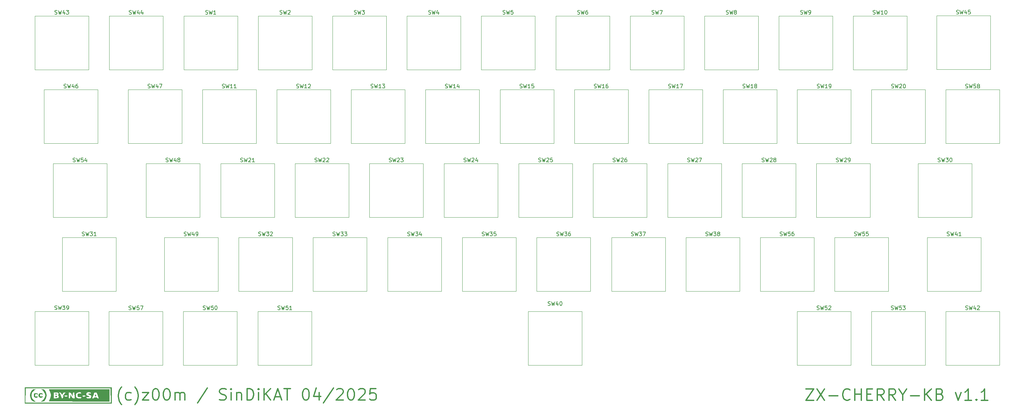
<source format=gto>
G04 #@! TF.GenerationSoftware,KiCad,Pcbnew,6.0.11+dfsg-1*
G04 #@! TF.CreationDate,2025-04-29T08:55:15+02:00*
G04 #@! TF.ProjectId,zx-cherry-keyboard,7a782d63-6865-4727-9279-2d6b6579626f,1.1*
G04 #@! TF.SameCoordinates,Original*
G04 #@! TF.FileFunction,Legend,Top*
G04 #@! TF.FilePolarity,Positive*
%FSLAX46Y46*%
G04 Gerber Fmt 4.6, Leading zero omitted, Abs format (unit mm)*
G04 Created by KiCad (PCBNEW 6.0.11+dfsg-1) date 2025-04-29 08:55:15*
%MOMM*%
%LPD*%
G01*
G04 APERTURE LIST*
%ADD10C,0.300000*%
%ADD11C,0.150000*%
%ADD12C,0.120000*%
%ADD13C,1.700000*%
%ADD14C,4.000000*%
%ADD15C,2.200000*%
%ADD16C,3.050000*%
%ADD17R,1.700000X1.700000*%
%ADD18O,1.700000X1.700000*%
G04 APERTURE END LIST*
D10*
X107278571Y-199600000D02*
X107135714Y-199457142D01*
X106850000Y-199028571D01*
X106707142Y-198742857D01*
X106564285Y-198314285D01*
X106421428Y-197600000D01*
X106421428Y-197028571D01*
X106564285Y-196314285D01*
X106707142Y-195885714D01*
X106850000Y-195600000D01*
X107135714Y-195171428D01*
X107278571Y-195028571D01*
X109707142Y-198314285D02*
X109421428Y-198457142D01*
X108850000Y-198457142D01*
X108564285Y-198314285D01*
X108421428Y-198171428D01*
X108278571Y-197885714D01*
X108278571Y-197028571D01*
X108421428Y-196742857D01*
X108564285Y-196600000D01*
X108850000Y-196457142D01*
X109421428Y-196457142D01*
X109707142Y-196600000D01*
X110707142Y-199600000D02*
X110850000Y-199457142D01*
X111135714Y-199028571D01*
X111278571Y-198742857D01*
X111421428Y-198314285D01*
X111564285Y-197600000D01*
X111564285Y-197028571D01*
X111421428Y-196314285D01*
X111278571Y-195885714D01*
X111135714Y-195600000D01*
X110850000Y-195171428D01*
X110707142Y-195028571D01*
X112707142Y-196457142D02*
X114278571Y-196457142D01*
X112707142Y-198457142D01*
X114278571Y-198457142D01*
X115992857Y-195457142D02*
X116278571Y-195457142D01*
X116564285Y-195600000D01*
X116707142Y-195742857D01*
X116850000Y-196028571D01*
X116992857Y-196600000D01*
X116992857Y-197314285D01*
X116850000Y-197885714D01*
X116707142Y-198171428D01*
X116564285Y-198314285D01*
X116278571Y-198457142D01*
X115992857Y-198457142D01*
X115707142Y-198314285D01*
X115564285Y-198171428D01*
X115421428Y-197885714D01*
X115278571Y-197314285D01*
X115278571Y-196600000D01*
X115421428Y-196028571D01*
X115564285Y-195742857D01*
X115707142Y-195600000D01*
X115992857Y-195457142D01*
X118850000Y-195457142D02*
X119135714Y-195457142D01*
X119421428Y-195600000D01*
X119564285Y-195742857D01*
X119707142Y-196028571D01*
X119850000Y-196600000D01*
X119850000Y-197314285D01*
X119707142Y-197885714D01*
X119564285Y-198171428D01*
X119421428Y-198314285D01*
X119135714Y-198457142D01*
X118850000Y-198457142D01*
X118564285Y-198314285D01*
X118421428Y-198171428D01*
X118278571Y-197885714D01*
X118135714Y-197314285D01*
X118135714Y-196600000D01*
X118278571Y-196028571D01*
X118421428Y-195742857D01*
X118564285Y-195600000D01*
X118850000Y-195457142D01*
X121135714Y-198457142D02*
X121135714Y-196457142D01*
X121135714Y-196742857D02*
X121278571Y-196600000D01*
X121564285Y-196457142D01*
X121992857Y-196457142D01*
X122278571Y-196600000D01*
X122421428Y-196885714D01*
X122421428Y-198457142D01*
X122421428Y-196885714D02*
X122564285Y-196600000D01*
X122850000Y-196457142D01*
X123278571Y-196457142D01*
X123564285Y-196600000D01*
X123707142Y-196885714D01*
X123707142Y-198457142D01*
X129564285Y-195314285D02*
X126992857Y-199171428D01*
X132707142Y-198314285D02*
X133135714Y-198457142D01*
X133849999Y-198457142D01*
X134135714Y-198314285D01*
X134278571Y-198171428D01*
X134421428Y-197885714D01*
X134421428Y-197600000D01*
X134278571Y-197314285D01*
X134135714Y-197171428D01*
X133849999Y-197028571D01*
X133278571Y-196885714D01*
X132992857Y-196742857D01*
X132849999Y-196600000D01*
X132707142Y-196314285D01*
X132707142Y-196028571D01*
X132849999Y-195742857D01*
X132992857Y-195600000D01*
X133278571Y-195457142D01*
X133992857Y-195457142D01*
X134421428Y-195600000D01*
X135707142Y-198457142D02*
X135707142Y-196457142D01*
X135707142Y-195457142D02*
X135564285Y-195600000D01*
X135707142Y-195742857D01*
X135850000Y-195600000D01*
X135707142Y-195457142D01*
X135707142Y-195742857D01*
X137135714Y-196457142D02*
X137135714Y-198457142D01*
X137135714Y-196742857D02*
X137278571Y-196600000D01*
X137564285Y-196457142D01*
X137992857Y-196457142D01*
X138278571Y-196600000D01*
X138421428Y-196885714D01*
X138421428Y-198457142D01*
X139850000Y-198457142D02*
X139850000Y-195457142D01*
X140564285Y-195457142D01*
X140992857Y-195600000D01*
X141278571Y-195885714D01*
X141421428Y-196171428D01*
X141564285Y-196742857D01*
X141564285Y-197171428D01*
X141421428Y-197742857D01*
X141278571Y-198028571D01*
X140992857Y-198314285D01*
X140564285Y-198457142D01*
X139850000Y-198457142D01*
X142850000Y-198457142D02*
X142850000Y-196457142D01*
X142850000Y-195457142D02*
X142707142Y-195600000D01*
X142850000Y-195742857D01*
X142992857Y-195600000D01*
X142850000Y-195457142D01*
X142850000Y-195742857D01*
X144278571Y-198457142D02*
X144278571Y-195457142D01*
X145992857Y-198457142D02*
X144707142Y-196742857D01*
X145992857Y-195457142D02*
X144278571Y-197171428D01*
X147135714Y-197600000D02*
X148564285Y-197600000D01*
X146850000Y-198457142D02*
X147850000Y-195457142D01*
X148850000Y-198457142D01*
X149421428Y-195457142D02*
X151135714Y-195457142D01*
X150278571Y-198457142D02*
X150278571Y-195457142D01*
X154992857Y-195457142D02*
X155278571Y-195457142D01*
X155564285Y-195600000D01*
X155707142Y-195742857D01*
X155850000Y-196028571D01*
X155992857Y-196600000D01*
X155992857Y-197314285D01*
X155850000Y-197885714D01*
X155707142Y-198171428D01*
X155564285Y-198314285D01*
X155278571Y-198457142D01*
X154992857Y-198457142D01*
X154707142Y-198314285D01*
X154564285Y-198171428D01*
X154421428Y-197885714D01*
X154278571Y-197314285D01*
X154278571Y-196600000D01*
X154421428Y-196028571D01*
X154564285Y-195742857D01*
X154707142Y-195600000D01*
X154992857Y-195457142D01*
X158564285Y-196457142D02*
X158564285Y-198457142D01*
X157850000Y-195314285D02*
X157135714Y-197457142D01*
X158992857Y-197457142D01*
X162278571Y-195314285D02*
X159707142Y-199171428D01*
X163135714Y-195742857D02*
X163278571Y-195600000D01*
X163564285Y-195457142D01*
X164278571Y-195457142D01*
X164564285Y-195600000D01*
X164707142Y-195742857D01*
X164850000Y-196028571D01*
X164850000Y-196314285D01*
X164707142Y-196742857D01*
X162992857Y-198457142D01*
X164850000Y-198457142D01*
X166707142Y-195457142D02*
X166992857Y-195457142D01*
X167278571Y-195600000D01*
X167421428Y-195742857D01*
X167564285Y-196028571D01*
X167707142Y-196600000D01*
X167707142Y-197314285D01*
X167564285Y-197885714D01*
X167421428Y-198171428D01*
X167278571Y-198314285D01*
X166992857Y-198457142D01*
X166707142Y-198457142D01*
X166421428Y-198314285D01*
X166278571Y-198171428D01*
X166135714Y-197885714D01*
X165992857Y-197314285D01*
X165992857Y-196600000D01*
X166135714Y-196028571D01*
X166278571Y-195742857D01*
X166421428Y-195600000D01*
X166707142Y-195457142D01*
X168850000Y-195742857D02*
X168992857Y-195600000D01*
X169278571Y-195457142D01*
X169992857Y-195457142D01*
X170278571Y-195600000D01*
X170421428Y-195742857D01*
X170564285Y-196028571D01*
X170564285Y-196314285D01*
X170421428Y-196742857D01*
X168707142Y-198457142D01*
X170564285Y-198457142D01*
X173278571Y-195457142D02*
X171850000Y-195457142D01*
X171707142Y-196885714D01*
X171850000Y-196742857D01*
X172135714Y-196600000D01*
X172850000Y-196600000D01*
X173135714Y-196742857D01*
X173278571Y-196885714D01*
X173421428Y-197171428D01*
X173421428Y-197885714D01*
X173278571Y-198171428D01*
X173135714Y-198314285D01*
X172850000Y-198457142D01*
X172135714Y-198457142D01*
X171850000Y-198314285D01*
X171707142Y-198171428D01*
X284985714Y-195507142D02*
X286985714Y-195507142D01*
X284985714Y-198507142D01*
X286985714Y-198507142D01*
X287842857Y-195507142D02*
X289842857Y-198507142D01*
X289842857Y-195507142D02*
X287842857Y-198507142D01*
X290985714Y-197364285D02*
X293271428Y-197364285D01*
X296414285Y-198221428D02*
X296271428Y-198364285D01*
X295842857Y-198507142D01*
X295557142Y-198507142D01*
X295128571Y-198364285D01*
X294842857Y-198078571D01*
X294700000Y-197792857D01*
X294557142Y-197221428D01*
X294557142Y-196792857D01*
X294700000Y-196221428D01*
X294842857Y-195935714D01*
X295128571Y-195650000D01*
X295557142Y-195507142D01*
X295842857Y-195507142D01*
X296271428Y-195650000D01*
X296414285Y-195792857D01*
X297700000Y-198507142D02*
X297700000Y-195507142D01*
X297700000Y-196935714D02*
X299414285Y-196935714D01*
X299414285Y-198507142D02*
X299414285Y-195507142D01*
X300842857Y-196935714D02*
X301842857Y-196935714D01*
X302271428Y-198507142D02*
X300842857Y-198507142D01*
X300842857Y-195507142D01*
X302271428Y-195507142D01*
X305271428Y-198507142D02*
X304271428Y-197078571D01*
X303557142Y-198507142D02*
X303557142Y-195507142D01*
X304700000Y-195507142D01*
X304985714Y-195650000D01*
X305128571Y-195792857D01*
X305271428Y-196078571D01*
X305271428Y-196507142D01*
X305128571Y-196792857D01*
X304985714Y-196935714D01*
X304700000Y-197078571D01*
X303557142Y-197078571D01*
X308271428Y-198507142D02*
X307271428Y-197078571D01*
X306557142Y-198507142D02*
X306557142Y-195507142D01*
X307700000Y-195507142D01*
X307985714Y-195650000D01*
X308128571Y-195792857D01*
X308271428Y-196078571D01*
X308271428Y-196507142D01*
X308128571Y-196792857D01*
X307985714Y-196935714D01*
X307700000Y-197078571D01*
X306557142Y-197078571D01*
X310128571Y-197078571D02*
X310128571Y-198507142D01*
X309128571Y-195507142D02*
X310128571Y-197078571D01*
X311128571Y-195507142D01*
X312128571Y-197364285D02*
X314414285Y-197364285D01*
X315842857Y-198507142D02*
X315842857Y-195507142D01*
X317557142Y-198507142D02*
X316271428Y-196792857D01*
X317557142Y-195507142D02*
X315842857Y-197221428D01*
X319842857Y-196935714D02*
X320271428Y-197078571D01*
X320414285Y-197221428D01*
X320557142Y-197507142D01*
X320557142Y-197935714D01*
X320414285Y-198221428D01*
X320271428Y-198364285D01*
X319985714Y-198507142D01*
X318842857Y-198507142D01*
X318842857Y-195507142D01*
X319842857Y-195507142D01*
X320128571Y-195650000D01*
X320271428Y-195792857D01*
X320414285Y-196078571D01*
X320414285Y-196364285D01*
X320271428Y-196650000D01*
X320128571Y-196792857D01*
X319842857Y-196935714D01*
X318842857Y-196935714D01*
X323842857Y-196507142D02*
X324557142Y-198507142D01*
X325271428Y-196507142D01*
X327985714Y-198507142D02*
X326271428Y-198507142D01*
X327128571Y-198507142D02*
X327128571Y-195507142D01*
X326842857Y-195935714D01*
X326557142Y-196221428D01*
X326271428Y-196364285D01*
X329271428Y-198221428D02*
X329414285Y-198364285D01*
X329271428Y-198507142D01*
X329128571Y-198364285D01*
X329271428Y-198221428D01*
X329271428Y-198507142D01*
X332271428Y-198507142D02*
X330557142Y-198507142D01*
X331414285Y-198507142D02*
X331414285Y-195507142D01*
X331128571Y-195935714D01*
X330842857Y-196221428D01*
X330557142Y-196364285D01*
D11*
X206296666Y-98090761D02*
X206439523Y-98138380D01*
X206677619Y-98138380D01*
X206772857Y-98090761D01*
X206820476Y-98043142D01*
X206868095Y-97947904D01*
X206868095Y-97852666D01*
X206820476Y-97757428D01*
X206772857Y-97709809D01*
X206677619Y-97662190D01*
X206487142Y-97614571D01*
X206391904Y-97566952D01*
X206344285Y-97519333D01*
X206296666Y-97424095D01*
X206296666Y-97328857D01*
X206344285Y-97233619D01*
X206391904Y-97186000D01*
X206487142Y-97138380D01*
X206725238Y-97138380D01*
X206868095Y-97186000D01*
X207201428Y-97138380D02*
X207439523Y-98138380D01*
X207630000Y-97424095D01*
X207820476Y-98138380D01*
X208058571Y-97138380D01*
X208915714Y-97138380D02*
X208439523Y-97138380D01*
X208391904Y-97614571D01*
X208439523Y-97566952D01*
X208534761Y-97519333D01*
X208772857Y-97519333D01*
X208868095Y-97566952D01*
X208915714Y-97614571D01*
X208963333Y-97709809D01*
X208963333Y-97947904D01*
X208915714Y-98043142D01*
X208868095Y-98090761D01*
X208772857Y-98138380D01*
X208534761Y-98138380D01*
X208439523Y-98090761D01*
X208391904Y-98043142D01*
X191360476Y-117290761D02*
X191503333Y-117338380D01*
X191741428Y-117338380D01*
X191836666Y-117290761D01*
X191884285Y-117243142D01*
X191931904Y-117147904D01*
X191931904Y-117052666D01*
X191884285Y-116957428D01*
X191836666Y-116909809D01*
X191741428Y-116862190D01*
X191550952Y-116814571D01*
X191455714Y-116766952D01*
X191408095Y-116719333D01*
X191360476Y-116624095D01*
X191360476Y-116528857D01*
X191408095Y-116433619D01*
X191455714Y-116386000D01*
X191550952Y-116338380D01*
X191789047Y-116338380D01*
X191931904Y-116386000D01*
X192265238Y-116338380D02*
X192503333Y-117338380D01*
X192693809Y-116624095D01*
X192884285Y-117338380D01*
X193122380Y-116338380D01*
X194027142Y-117338380D02*
X193455714Y-117338380D01*
X193741428Y-117338380D02*
X193741428Y-116338380D01*
X193646190Y-116481238D01*
X193550952Y-116576476D01*
X193455714Y-116624095D01*
X194884285Y-116671714D02*
X194884285Y-117338380D01*
X194646190Y-116290761D02*
X194408095Y-117005047D01*
X195027142Y-117005047D01*
X321680476Y-155680761D02*
X321823333Y-155728380D01*
X322061428Y-155728380D01*
X322156666Y-155680761D01*
X322204285Y-155633142D01*
X322251904Y-155537904D01*
X322251904Y-155442666D01*
X322204285Y-155347428D01*
X322156666Y-155299809D01*
X322061428Y-155252190D01*
X321870952Y-155204571D01*
X321775714Y-155156952D01*
X321728095Y-155109333D01*
X321680476Y-155014095D01*
X321680476Y-154918857D01*
X321728095Y-154823619D01*
X321775714Y-154776000D01*
X321870952Y-154728380D01*
X322109047Y-154728380D01*
X322251904Y-154776000D01*
X322585238Y-154728380D02*
X322823333Y-155728380D01*
X323013809Y-155014095D01*
X323204285Y-155728380D01*
X323442380Y-154728380D01*
X324251904Y-155061714D02*
X324251904Y-155728380D01*
X324013809Y-154680761D02*
X323775714Y-155395047D01*
X324394761Y-155395047D01*
X325299523Y-155728380D02*
X324728095Y-155728380D01*
X325013809Y-155728380D02*
X325013809Y-154728380D01*
X324918571Y-154871238D01*
X324823333Y-154966476D01*
X324728095Y-155014095D01*
X324090476Y-98060761D02*
X324233333Y-98108380D01*
X324471428Y-98108380D01*
X324566666Y-98060761D01*
X324614285Y-98013142D01*
X324661904Y-97917904D01*
X324661904Y-97822666D01*
X324614285Y-97727428D01*
X324566666Y-97679809D01*
X324471428Y-97632190D01*
X324280952Y-97584571D01*
X324185714Y-97536952D01*
X324138095Y-97489333D01*
X324090476Y-97394095D01*
X324090476Y-97298857D01*
X324138095Y-97203619D01*
X324185714Y-97156000D01*
X324280952Y-97108380D01*
X324519047Y-97108380D01*
X324661904Y-97156000D01*
X324995238Y-97108380D02*
X325233333Y-98108380D01*
X325423809Y-97394095D01*
X325614285Y-98108380D01*
X325852380Y-97108380D01*
X326661904Y-97441714D02*
X326661904Y-98108380D01*
X326423809Y-97060761D02*
X326185714Y-97775047D01*
X326804761Y-97775047D01*
X327661904Y-97108380D02*
X327185714Y-97108380D01*
X327138095Y-97584571D01*
X327185714Y-97536952D01*
X327280952Y-97489333D01*
X327519047Y-97489333D01*
X327614285Y-97536952D01*
X327661904Y-97584571D01*
X327709523Y-97679809D01*
X327709523Y-97917904D01*
X327661904Y-98013142D01*
X327614285Y-98060761D01*
X327519047Y-98108380D01*
X327280952Y-98108380D01*
X327185714Y-98060761D01*
X327138095Y-98013142D01*
X109180476Y-174910761D02*
X109323333Y-174958380D01*
X109561428Y-174958380D01*
X109656666Y-174910761D01*
X109704285Y-174863142D01*
X109751904Y-174767904D01*
X109751904Y-174672666D01*
X109704285Y-174577428D01*
X109656666Y-174529809D01*
X109561428Y-174482190D01*
X109370952Y-174434571D01*
X109275714Y-174386952D01*
X109228095Y-174339333D01*
X109180476Y-174244095D01*
X109180476Y-174148857D01*
X109228095Y-174053619D01*
X109275714Y-174006000D01*
X109370952Y-173958380D01*
X109609047Y-173958380D01*
X109751904Y-174006000D01*
X110085238Y-173958380D02*
X110323333Y-174958380D01*
X110513809Y-174244095D01*
X110704285Y-174958380D01*
X110942380Y-173958380D01*
X111799523Y-173958380D02*
X111323333Y-173958380D01*
X111275714Y-174434571D01*
X111323333Y-174386952D01*
X111418571Y-174339333D01*
X111656666Y-174339333D01*
X111751904Y-174386952D01*
X111799523Y-174434571D01*
X111847142Y-174529809D01*
X111847142Y-174767904D01*
X111799523Y-174863142D01*
X111751904Y-174910761D01*
X111656666Y-174958380D01*
X111418571Y-174958380D01*
X111323333Y-174910761D01*
X111275714Y-174863142D01*
X112180476Y-173958380D02*
X112847142Y-173958380D01*
X112418571Y-174958380D01*
X196170476Y-136470761D02*
X196313333Y-136518380D01*
X196551428Y-136518380D01*
X196646666Y-136470761D01*
X196694285Y-136423142D01*
X196741904Y-136327904D01*
X196741904Y-136232666D01*
X196694285Y-136137428D01*
X196646666Y-136089809D01*
X196551428Y-136042190D01*
X196360952Y-135994571D01*
X196265714Y-135946952D01*
X196218095Y-135899333D01*
X196170476Y-135804095D01*
X196170476Y-135708857D01*
X196218095Y-135613619D01*
X196265714Y-135566000D01*
X196360952Y-135518380D01*
X196599047Y-135518380D01*
X196741904Y-135566000D01*
X197075238Y-135518380D02*
X197313333Y-136518380D01*
X197503809Y-135804095D01*
X197694285Y-136518380D01*
X197932380Y-135518380D01*
X198265714Y-135613619D02*
X198313333Y-135566000D01*
X198408571Y-135518380D01*
X198646666Y-135518380D01*
X198741904Y-135566000D01*
X198789523Y-135613619D01*
X198837142Y-135708857D01*
X198837142Y-135804095D01*
X198789523Y-135946952D01*
X198218095Y-136518380D01*
X198837142Y-136518380D01*
X199694285Y-135851714D02*
X199694285Y-136518380D01*
X199456190Y-135470761D02*
X199218095Y-136185047D01*
X199837142Y-136185047D01*
X129096666Y-98090761D02*
X129239523Y-98138380D01*
X129477619Y-98138380D01*
X129572857Y-98090761D01*
X129620476Y-98043142D01*
X129668095Y-97947904D01*
X129668095Y-97852666D01*
X129620476Y-97757428D01*
X129572857Y-97709809D01*
X129477619Y-97662190D01*
X129287142Y-97614571D01*
X129191904Y-97566952D01*
X129144285Y-97519333D01*
X129096666Y-97424095D01*
X129096666Y-97328857D01*
X129144285Y-97233619D01*
X129191904Y-97186000D01*
X129287142Y-97138380D01*
X129525238Y-97138380D01*
X129668095Y-97186000D01*
X130001428Y-97138380D02*
X130239523Y-98138380D01*
X130430000Y-97424095D01*
X130620476Y-98138380D01*
X130858571Y-97138380D01*
X131763333Y-98138380D02*
X131191904Y-98138380D01*
X131477619Y-98138380D02*
X131477619Y-97138380D01*
X131382380Y-97281238D01*
X131287142Y-97376476D01*
X131191904Y-97424095D01*
X176770476Y-136470761D02*
X176913333Y-136518380D01*
X177151428Y-136518380D01*
X177246666Y-136470761D01*
X177294285Y-136423142D01*
X177341904Y-136327904D01*
X177341904Y-136232666D01*
X177294285Y-136137428D01*
X177246666Y-136089809D01*
X177151428Y-136042190D01*
X176960952Y-135994571D01*
X176865714Y-135946952D01*
X176818095Y-135899333D01*
X176770476Y-135804095D01*
X176770476Y-135708857D01*
X176818095Y-135613619D01*
X176865714Y-135566000D01*
X176960952Y-135518380D01*
X177199047Y-135518380D01*
X177341904Y-135566000D01*
X177675238Y-135518380D02*
X177913333Y-136518380D01*
X178103809Y-135804095D01*
X178294285Y-136518380D01*
X178532380Y-135518380D01*
X178865714Y-135613619D02*
X178913333Y-135566000D01*
X179008571Y-135518380D01*
X179246666Y-135518380D01*
X179341904Y-135566000D01*
X179389523Y-135613619D01*
X179437142Y-135708857D01*
X179437142Y-135804095D01*
X179389523Y-135946952D01*
X178818095Y-136518380D01*
X179437142Y-136518380D01*
X179770476Y-135518380D02*
X180389523Y-135518380D01*
X180056190Y-135899333D01*
X180199047Y-135899333D01*
X180294285Y-135946952D01*
X180341904Y-135994571D01*
X180389523Y-136089809D01*
X180389523Y-136327904D01*
X180341904Y-136423142D01*
X180294285Y-136470761D01*
X180199047Y-136518380D01*
X179913333Y-136518380D01*
X179818095Y-136470761D01*
X179770476Y-136423142D01*
X172020476Y-117290761D02*
X172163333Y-117338380D01*
X172401428Y-117338380D01*
X172496666Y-117290761D01*
X172544285Y-117243142D01*
X172591904Y-117147904D01*
X172591904Y-117052666D01*
X172544285Y-116957428D01*
X172496666Y-116909809D01*
X172401428Y-116862190D01*
X172210952Y-116814571D01*
X172115714Y-116766952D01*
X172068095Y-116719333D01*
X172020476Y-116624095D01*
X172020476Y-116528857D01*
X172068095Y-116433619D01*
X172115714Y-116386000D01*
X172210952Y-116338380D01*
X172449047Y-116338380D01*
X172591904Y-116386000D01*
X172925238Y-116338380D02*
X173163333Y-117338380D01*
X173353809Y-116624095D01*
X173544285Y-117338380D01*
X173782380Y-116338380D01*
X174687142Y-117338380D02*
X174115714Y-117338380D01*
X174401428Y-117338380D02*
X174401428Y-116338380D01*
X174306190Y-116481238D01*
X174210952Y-116576476D01*
X174115714Y-116624095D01*
X175020476Y-116338380D02*
X175639523Y-116338380D01*
X175306190Y-116719333D01*
X175449047Y-116719333D01*
X175544285Y-116766952D01*
X175591904Y-116814571D01*
X175639523Y-116909809D01*
X175639523Y-117147904D01*
X175591904Y-117243142D01*
X175544285Y-117290761D01*
X175449047Y-117338380D01*
X175163333Y-117338380D01*
X175068095Y-117290761D01*
X175020476Y-117243142D01*
X162170476Y-155690761D02*
X162313333Y-155738380D01*
X162551428Y-155738380D01*
X162646666Y-155690761D01*
X162694285Y-155643142D01*
X162741904Y-155547904D01*
X162741904Y-155452666D01*
X162694285Y-155357428D01*
X162646666Y-155309809D01*
X162551428Y-155262190D01*
X162360952Y-155214571D01*
X162265714Y-155166952D01*
X162218095Y-155119333D01*
X162170476Y-155024095D01*
X162170476Y-154928857D01*
X162218095Y-154833619D01*
X162265714Y-154786000D01*
X162360952Y-154738380D01*
X162599047Y-154738380D01*
X162741904Y-154786000D01*
X163075238Y-154738380D02*
X163313333Y-155738380D01*
X163503809Y-155024095D01*
X163694285Y-155738380D01*
X163932380Y-154738380D01*
X164218095Y-154738380D02*
X164837142Y-154738380D01*
X164503809Y-155119333D01*
X164646666Y-155119333D01*
X164741904Y-155166952D01*
X164789523Y-155214571D01*
X164837142Y-155309809D01*
X164837142Y-155547904D01*
X164789523Y-155643142D01*
X164741904Y-155690761D01*
X164646666Y-155738380D01*
X164360952Y-155738380D01*
X164265714Y-155690761D01*
X164218095Y-155643142D01*
X165170476Y-154738380D02*
X165789523Y-154738380D01*
X165456190Y-155119333D01*
X165599047Y-155119333D01*
X165694285Y-155166952D01*
X165741904Y-155214571D01*
X165789523Y-155309809D01*
X165789523Y-155547904D01*
X165741904Y-155643142D01*
X165694285Y-155690761D01*
X165599047Y-155738380D01*
X165313333Y-155738380D01*
X165218095Y-155690761D01*
X165170476Y-155643142D01*
X138170476Y-136490761D02*
X138313333Y-136538380D01*
X138551428Y-136538380D01*
X138646666Y-136490761D01*
X138694285Y-136443142D01*
X138741904Y-136347904D01*
X138741904Y-136252666D01*
X138694285Y-136157428D01*
X138646666Y-136109809D01*
X138551428Y-136062190D01*
X138360952Y-136014571D01*
X138265714Y-135966952D01*
X138218095Y-135919333D01*
X138170476Y-135824095D01*
X138170476Y-135728857D01*
X138218095Y-135633619D01*
X138265714Y-135586000D01*
X138360952Y-135538380D01*
X138599047Y-135538380D01*
X138741904Y-135586000D01*
X139075238Y-135538380D02*
X139313333Y-136538380D01*
X139503809Y-135824095D01*
X139694285Y-136538380D01*
X139932380Y-135538380D01*
X140265714Y-135633619D02*
X140313333Y-135586000D01*
X140408571Y-135538380D01*
X140646666Y-135538380D01*
X140741904Y-135586000D01*
X140789523Y-135633619D01*
X140837142Y-135728857D01*
X140837142Y-135824095D01*
X140789523Y-135966952D01*
X140218095Y-136538380D01*
X140837142Y-136538380D01*
X141789523Y-136538380D02*
X141218095Y-136538380D01*
X141503809Y-136538380D02*
X141503809Y-135538380D01*
X141408571Y-135681238D01*
X141313333Y-135776476D01*
X141218095Y-135824095D01*
X287920476Y-117290761D02*
X288063333Y-117338380D01*
X288301428Y-117338380D01*
X288396666Y-117290761D01*
X288444285Y-117243142D01*
X288491904Y-117147904D01*
X288491904Y-117052666D01*
X288444285Y-116957428D01*
X288396666Y-116909809D01*
X288301428Y-116862190D01*
X288110952Y-116814571D01*
X288015714Y-116766952D01*
X287968095Y-116719333D01*
X287920476Y-116624095D01*
X287920476Y-116528857D01*
X287968095Y-116433619D01*
X288015714Y-116386000D01*
X288110952Y-116338380D01*
X288349047Y-116338380D01*
X288491904Y-116386000D01*
X288825238Y-116338380D02*
X289063333Y-117338380D01*
X289253809Y-116624095D01*
X289444285Y-117338380D01*
X289682380Y-116338380D01*
X290587142Y-117338380D02*
X290015714Y-117338380D01*
X290301428Y-117338380D02*
X290301428Y-116338380D01*
X290206190Y-116481238D01*
X290110952Y-116576476D01*
X290015714Y-116624095D01*
X291063333Y-117338380D02*
X291253809Y-117338380D01*
X291349047Y-117290761D01*
X291396666Y-117243142D01*
X291491904Y-117100285D01*
X291539523Y-116909809D01*
X291539523Y-116528857D01*
X291491904Y-116433619D01*
X291444285Y-116386000D01*
X291349047Y-116338380D01*
X291158571Y-116338380D01*
X291063333Y-116386000D01*
X291015714Y-116433619D01*
X290968095Y-116528857D01*
X290968095Y-116766952D01*
X291015714Y-116862190D01*
X291063333Y-116909809D01*
X291158571Y-116957428D01*
X291349047Y-116957428D01*
X291444285Y-116909809D01*
X291491904Y-116862190D01*
X291539523Y-116766952D01*
X278290476Y-155680761D02*
X278433333Y-155728380D01*
X278671428Y-155728380D01*
X278766666Y-155680761D01*
X278814285Y-155633142D01*
X278861904Y-155537904D01*
X278861904Y-155442666D01*
X278814285Y-155347428D01*
X278766666Y-155299809D01*
X278671428Y-155252190D01*
X278480952Y-155204571D01*
X278385714Y-155156952D01*
X278338095Y-155109333D01*
X278290476Y-155014095D01*
X278290476Y-154918857D01*
X278338095Y-154823619D01*
X278385714Y-154776000D01*
X278480952Y-154728380D01*
X278719047Y-154728380D01*
X278861904Y-154776000D01*
X279195238Y-154728380D02*
X279433333Y-155728380D01*
X279623809Y-155014095D01*
X279814285Y-155728380D01*
X280052380Y-154728380D01*
X280909523Y-154728380D02*
X280433333Y-154728380D01*
X280385714Y-155204571D01*
X280433333Y-155156952D01*
X280528571Y-155109333D01*
X280766666Y-155109333D01*
X280861904Y-155156952D01*
X280909523Y-155204571D01*
X280957142Y-155299809D01*
X280957142Y-155537904D01*
X280909523Y-155633142D01*
X280861904Y-155680761D01*
X280766666Y-155728380D01*
X280528571Y-155728380D01*
X280433333Y-155680761D01*
X280385714Y-155633142D01*
X281814285Y-154728380D02*
X281623809Y-154728380D01*
X281528571Y-154776000D01*
X281480952Y-154823619D01*
X281385714Y-154966476D01*
X281338095Y-155156952D01*
X281338095Y-155537904D01*
X281385714Y-155633142D01*
X281433333Y-155680761D01*
X281528571Y-155728380D01*
X281719047Y-155728380D01*
X281814285Y-155680761D01*
X281861904Y-155633142D01*
X281909523Y-155537904D01*
X281909523Y-155299809D01*
X281861904Y-155204571D01*
X281814285Y-155156952D01*
X281719047Y-155109333D01*
X281528571Y-155109333D01*
X281433333Y-155156952D01*
X281385714Y-155204571D01*
X281338095Y-155299809D01*
X215570476Y-136470761D02*
X215713333Y-136518380D01*
X215951428Y-136518380D01*
X216046666Y-136470761D01*
X216094285Y-136423142D01*
X216141904Y-136327904D01*
X216141904Y-136232666D01*
X216094285Y-136137428D01*
X216046666Y-136089809D01*
X215951428Y-136042190D01*
X215760952Y-135994571D01*
X215665714Y-135946952D01*
X215618095Y-135899333D01*
X215570476Y-135804095D01*
X215570476Y-135708857D01*
X215618095Y-135613619D01*
X215665714Y-135566000D01*
X215760952Y-135518380D01*
X215999047Y-135518380D01*
X216141904Y-135566000D01*
X216475238Y-135518380D02*
X216713333Y-136518380D01*
X216903809Y-135804095D01*
X217094285Y-136518380D01*
X217332380Y-135518380D01*
X217665714Y-135613619D02*
X217713333Y-135566000D01*
X217808571Y-135518380D01*
X218046666Y-135518380D01*
X218141904Y-135566000D01*
X218189523Y-135613619D01*
X218237142Y-135708857D01*
X218237142Y-135804095D01*
X218189523Y-135946952D01*
X217618095Y-136518380D01*
X218237142Y-136518380D01*
X219141904Y-135518380D02*
X218665714Y-135518380D01*
X218618095Y-135994571D01*
X218665714Y-135946952D01*
X218760952Y-135899333D01*
X218999047Y-135899333D01*
X219094285Y-135946952D01*
X219141904Y-135994571D01*
X219189523Y-136089809D01*
X219189523Y-136327904D01*
X219141904Y-136423142D01*
X219094285Y-136470761D01*
X218999047Y-136518380D01*
X218760952Y-136518380D01*
X218665714Y-136470761D01*
X218618095Y-136423142D01*
X319320476Y-136460761D02*
X319463333Y-136508380D01*
X319701428Y-136508380D01*
X319796666Y-136460761D01*
X319844285Y-136413142D01*
X319891904Y-136317904D01*
X319891904Y-136222666D01*
X319844285Y-136127428D01*
X319796666Y-136079809D01*
X319701428Y-136032190D01*
X319510952Y-135984571D01*
X319415714Y-135936952D01*
X319368095Y-135889333D01*
X319320476Y-135794095D01*
X319320476Y-135698857D01*
X319368095Y-135603619D01*
X319415714Y-135556000D01*
X319510952Y-135508380D01*
X319749047Y-135508380D01*
X319891904Y-135556000D01*
X320225238Y-135508380D02*
X320463333Y-136508380D01*
X320653809Y-135794095D01*
X320844285Y-136508380D01*
X321082380Y-135508380D01*
X321368095Y-135508380D02*
X321987142Y-135508380D01*
X321653809Y-135889333D01*
X321796666Y-135889333D01*
X321891904Y-135936952D01*
X321939523Y-135984571D01*
X321987142Y-136079809D01*
X321987142Y-136317904D01*
X321939523Y-136413142D01*
X321891904Y-136460761D01*
X321796666Y-136508380D01*
X321510952Y-136508380D01*
X321415714Y-136460761D01*
X321368095Y-136413142D01*
X322606190Y-135508380D02*
X322701428Y-135508380D01*
X322796666Y-135556000D01*
X322844285Y-135603619D01*
X322891904Y-135698857D01*
X322939523Y-135889333D01*
X322939523Y-136127428D01*
X322891904Y-136317904D01*
X322844285Y-136413142D01*
X322796666Y-136460761D01*
X322701428Y-136508380D01*
X322606190Y-136508380D01*
X322510952Y-136460761D01*
X322463333Y-136413142D01*
X322415714Y-136317904D01*
X322368095Y-136127428D01*
X322368095Y-135889333D01*
X322415714Y-135698857D01*
X322463333Y-135603619D01*
X322510952Y-135556000D01*
X322606190Y-135508380D01*
X218020476Y-173790761D02*
X218163333Y-173838380D01*
X218401428Y-173838380D01*
X218496666Y-173790761D01*
X218544285Y-173743142D01*
X218591904Y-173647904D01*
X218591904Y-173552666D01*
X218544285Y-173457428D01*
X218496666Y-173409809D01*
X218401428Y-173362190D01*
X218210952Y-173314571D01*
X218115714Y-173266952D01*
X218068095Y-173219333D01*
X218020476Y-173124095D01*
X218020476Y-173028857D01*
X218068095Y-172933619D01*
X218115714Y-172886000D01*
X218210952Y-172838380D01*
X218449047Y-172838380D01*
X218591904Y-172886000D01*
X218925238Y-172838380D02*
X219163333Y-173838380D01*
X219353809Y-173124095D01*
X219544285Y-173838380D01*
X219782380Y-172838380D01*
X220591904Y-173171714D02*
X220591904Y-173838380D01*
X220353809Y-172790761D02*
X220115714Y-173505047D01*
X220734761Y-173505047D01*
X221306190Y-172838380D02*
X221401428Y-172838380D01*
X221496666Y-172886000D01*
X221544285Y-172933619D01*
X221591904Y-173028857D01*
X221639523Y-173219333D01*
X221639523Y-173457428D01*
X221591904Y-173647904D01*
X221544285Y-173743142D01*
X221496666Y-173790761D01*
X221401428Y-173838380D01*
X221306190Y-173838380D01*
X221210952Y-173790761D01*
X221163333Y-173743142D01*
X221115714Y-173647904D01*
X221068095Y-173457428D01*
X221068095Y-173219333D01*
X221115714Y-173028857D01*
X221163333Y-172933619D01*
X221210952Y-172886000D01*
X221306190Y-172838380D01*
X114120476Y-117290761D02*
X114263333Y-117338380D01*
X114501428Y-117338380D01*
X114596666Y-117290761D01*
X114644285Y-117243142D01*
X114691904Y-117147904D01*
X114691904Y-117052666D01*
X114644285Y-116957428D01*
X114596666Y-116909809D01*
X114501428Y-116862190D01*
X114310952Y-116814571D01*
X114215714Y-116766952D01*
X114168095Y-116719333D01*
X114120476Y-116624095D01*
X114120476Y-116528857D01*
X114168095Y-116433619D01*
X114215714Y-116386000D01*
X114310952Y-116338380D01*
X114549047Y-116338380D01*
X114691904Y-116386000D01*
X115025238Y-116338380D02*
X115263333Y-117338380D01*
X115453809Y-116624095D01*
X115644285Y-117338380D01*
X115882380Y-116338380D01*
X116691904Y-116671714D02*
X116691904Y-117338380D01*
X116453809Y-116290761D02*
X116215714Y-117005047D01*
X116834761Y-117005047D01*
X117120476Y-116338380D02*
X117787142Y-116338380D01*
X117358571Y-117338380D01*
X283596666Y-98090761D02*
X283739523Y-98138380D01*
X283977619Y-98138380D01*
X284072857Y-98090761D01*
X284120476Y-98043142D01*
X284168095Y-97947904D01*
X284168095Y-97852666D01*
X284120476Y-97757428D01*
X284072857Y-97709809D01*
X283977619Y-97662190D01*
X283787142Y-97614571D01*
X283691904Y-97566952D01*
X283644285Y-97519333D01*
X283596666Y-97424095D01*
X283596666Y-97328857D01*
X283644285Y-97233619D01*
X283691904Y-97186000D01*
X283787142Y-97138380D01*
X284025238Y-97138380D01*
X284168095Y-97186000D01*
X284501428Y-97138380D02*
X284739523Y-98138380D01*
X284930000Y-97424095D01*
X285120476Y-98138380D01*
X285358571Y-97138380D01*
X285787142Y-98138380D02*
X285977619Y-98138380D01*
X286072857Y-98090761D01*
X286120476Y-98043142D01*
X286215714Y-97900285D01*
X286263333Y-97709809D01*
X286263333Y-97328857D01*
X286215714Y-97233619D01*
X286168095Y-97186000D01*
X286072857Y-97138380D01*
X285882380Y-97138380D01*
X285787142Y-97186000D01*
X285739523Y-97233619D01*
X285691904Y-97328857D01*
X285691904Y-97566952D01*
X285739523Y-97662190D01*
X285787142Y-97709809D01*
X285882380Y-97757428D01*
X286072857Y-97757428D01*
X286168095Y-97709809D01*
X286215714Y-97662190D01*
X286263333Y-97566952D01*
X307220476Y-117290761D02*
X307363333Y-117338380D01*
X307601428Y-117338380D01*
X307696666Y-117290761D01*
X307744285Y-117243142D01*
X307791904Y-117147904D01*
X307791904Y-117052666D01*
X307744285Y-116957428D01*
X307696666Y-116909809D01*
X307601428Y-116862190D01*
X307410952Y-116814571D01*
X307315714Y-116766952D01*
X307268095Y-116719333D01*
X307220476Y-116624095D01*
X307220476Y-116528857D01*
X307268095Y-116433619D01*
X307315714Y-116386000D01*
X307410952Y-116338380D01*
X307649047Y-116338380D01*
X307791904Y-116386000D01*
X308125238Y-116338380D02*
X308363333Y-117338380D01*
X308553809Y-116624095D01*
X308744285Y-117338380D01*
X308982380Y-116338380D01*
X309315714Y-116433619D02*
X309363333Y-116386000D01*
X309458571Y-116338380D01*
X309696666Y-116338380D01*
X309791904Y-116386000D01*
X309839523Y-116433619D01*
X309887142Y-116528857D01*
X309887142Y-116624095D01*
X309839523Y-116766952D01*
X309268095Y-117338380D01*
X309887142Y-117338380D01*
X310506190Y-116338380D02*
X310601428Y-116338380D01*
X310696666Y-116386000D01*
X310744285Y-116433619D01*
X310791904Y-116528857D01*
X310839523Y-116719333D01*
X310839523Y-116957428D01*
X310791904Y-117147904D01*
X310744285Y-117243142D01*
X310696666Y-117290761D01*
X310601428Y-117338380D01*
X310506190Y-117338380D01*
X310410952Y-117290761D01*
X310363333Y-117243142D01*
X310315714Y-117147904D01*
X310268095Y-116957428D01*
X310268095Y-116719333D01*
X310315714Y-116528857D01*
X310363333Y-116433619D01*
X310410952Y-116386000D01*
X310506190Y-116338380D01*
X152720476Y-117290761D02*
X152863333Y-117338380D01*
X153101428Y-117338380D01*
X153196666Y-117290761D01*
X153244285Y-117243142D01*
X153291904Y-117147904D01*
X153291904Y-117052666D01*
X153244285Y-116957428D01*
X153196666Y-116909809D01*
X153101428Y-116862190D01*
X152910952Y-116814571D01*
X152815714Y-116766952D01*
X152768095Y-116719333D01*
X152720476Y-116624095D01*
X152720476Y-116528857D01*
X152768095Y-116433619D01*
X152815714Y-116386000D01*
X152910952Y-116338380D01*
X153149047Y-116338380D01*
X153291904Y-116386000D01*
X153625238Y-116338380D02*
X153863333Y-117338380D01*
X154053809Y-116624095D01*
X154244285Y-117338380D01*
X154482380Y-116338380D01*
X155387142Y-117338380D02*
X154815714Y-117338380D01*
X155101428Y-117338380D02*
X155101428Y-116338380D01*
X155006190Y-116481238D01*
X154910952Y-116576476D01*
X154815714Y-116624095D01*
X155768095Y-116433619D02*
X155815714Y-116386000D01*
X155910952Y-116338380D01*
X156149047Y-116338380D01*
X156244285Y-116386000D01*
X156291904Y-116433619D01*
X156339523Y-116528857D01*
X156339523Y-116624095D01*
X156291904Y-116766952D01*
X155720476Y-117338380D01*
X156339523Y-117338380D01*
X302420476Y-98090761D02*
X302563333Y-98138380D01*
X302801428Y-98138380D01*
X302896666Y-98090761D01*
X302944285Y-98043142D01*
X302991904Y-97947904D01*
X302991904Y-97852666D01*
X302944285Y-97757428D01*
X302896666Y-97709809D01*
X302801428Y-97662190D01*
X302610952Y-97614571D01*
X302515714Y-97566952D01*
X302468095Y-97519333D01*
X302420476Y-97424095D01*
X302420476Y-97328857D01*
X302468095Y-97233619D01*
X302515714Y-97186000D01*
X302610952Y-97138380D01*
X302849047Y-97138380D01*
X302991904Y-97186000D01*
X303325238Y-97138380D02*
X303563333Y-98138380D01*
X303753809Y-97424095D01*
X303944285Y-98138380D01*
X304182380Y-97138380D01*
X305087142Y-98138380D02*
X304515714Y-98138380D01*
X304801428Y-98138380D02*
X304801428Y-97138380D01*
X304706190Y-97281238D01*
X304610952Y-97376476D01*
X304515714Y-97424095D01*
X305706190Y-97138380D02*
X305801428Y-97138380D01*
X305896666Y-97186000D01*
X305944285Y-97233619D01*
X305991904Y-97328857D01*
X306039523Y-97519333D01*
X306039523Y-97757428D01*
X305991904Y-97947904D01*
X305944285Y-98043142D01*
X305896666Y-98090761D01*
X305801428Y-98138380D01*
X305706190Y-98138380D01*
X305610952Y-98090761D01*
X305563333Y-98043142D01*
X305515714Y-97947904D01*
X305468095Y-97757428D01*
X305468095Y-97519333D01*
X305515714Y-97328857D01*
X305563333Y-97233619D01*
X305610952Y-97186000D01*
X305706190Y-97138380D01*
X157470476Y-136470761D02*
X157613333Y-136518380D01*
X157851428Y-136518380D01*
X157946666Y-136470761D01*
X157994285Y-136423142D01*
X158041904Y-136327904D01*
X158041904Y-136232666D01*
X157994285Y-136137428D01*
X157946666Y-136089809D01*
X157851428Y-136042190D01*
X157660952Y-135994571D01*
X157565714Y-135946952D01*
X157518095Y-135899333D01*
X157470476Y-135804095D01*
X157470476Y-135708857D01*
X157518095Y-135613619D01*
X157565714Y-135566000D01*
X157660952Y-135518380D01*
X157899047Y-135518380D01*
X158041904Y-135566000D01*
X158375238Y-135518380D02*
X158613333Y-136518380D01*
X158803809Y-135804095D01*
X158994285Y-136518380D01*
X159232380Y-135518380D01*
X159565714Y-135613619D02*
X159613333Y-135566000D01*
X159708571Y-135518380D01*
X159946666Y-135518380D01*
X160041904Y-135566000D01*
X160089523Y-135613619D01*
X160137142Y-135708857D01*
X160137142Y-135804095D01*
X160089523Y-135946952D01*
X159518095Y-136518380D01*
X160137142Y-136518380D01*
X160518095Y-135613619D02*
X160565714Y-135566000D01*
X160660952Y-135518380D01*
X160899047Y-135518380D01*
X160994285Y-135566000D01*
X161041904Y-135613619D01*
X161089523Y-135708857D01*
X161089523Y-135804095D01*
X161041904Y-135946952D01*
X160470476Y-136518380D01*
X161089523Y-136518380D01*
X254270476Y-136470761D02*
X254413333Y-136518380D01*
X254651428Y-136518380D01*
X254746666Y-136470761D01*
X254794285Y-136423142D01*
X254841904Y-136327904D01*
X254841904Y-136232666D01*
X254794285Y-136137428D01*
X254746666Y-136089809D01*
X254651428Y-136042190D01*
X254460952Y-135994571D01*
X254365714Y-135946952D01*
X254318095Y-135899333D01*
X254270476Y-135804095D01*
X254270476Y-135708857D01*
X254318095Y-135613619D01*
X254365714Y-135566000D01*
X254460952Y-135518380D01*
X254699047Y-135518380D01*
X254841904Y-135566000D01*
X255175238Y-135518380D02*
X255413333Y-136518380D01*
X255603809Y-135804095D01*
X255794285Y-136518380D01*
X256032380Y-135518380D01*
X256365714Y-135613619D02*
X256413333Y-135566000D01*
X256508571Y-135518380D01*
X256746666Y-135518380D01*
X256841904Y-135566000D01*
X256889523Y-135613619D01*
X256937142Y-135708857D01*
X256937142Y-135804095D01*
X256889523Y-135946952D01*
X256318095Y-136518380D01*
X256937142Y-136518380D01*
X257270476Y-135518380D02*
X257937142Y-135518380D01*
X257508571Y-136518380D01*
X147870476Y-174890761D02*
X148013333Y-174938380D01*
X148251428Y-174938380D01*
X148346666Y-174890761D01*
X148394285Y-174843142D01*
X148441904Y-174747904D01*
X148441904Y-174652666D01*
X148394285Y-174557428D01*
X148346666Y-174509809D01*
X148251428Y-174462190D01*
X148060952Y-174414571D01*
X147965714Y-174366952D01*
X147918095Y-174319333D01*
X147870476Y-174224095D01*
X147870476Y-174128857D01*
X147918095Y-174033619D01*
X147965714Y-173986000D01*
X148060952Y-173938380D01*
X148299047Y-173938380D01*
X148441904Y-173986000D01*
X148775238Y-173938380D02*
X149013333Y-174938380D01*
X149203809Y-174224095D01*
X149394285Y-174938380D01*
X149632380Y-173938380D01*
X150489523Y-173938380D02*
X150013333Y-173938380D01*
X149965714Y-174414571D01*
X150013333Y-174366952D01*
X150108571Y-174319333D01*
X150346666Y-174319333D01*
X150441904Y-174366952D01*
X150489523Y-174414571D01*
X150537142Y-174509809D01*
X150537142Y-174747904D01*
X150489523Y-174843142D01*
X150441904Y-174890761D01*
X150346666Y-174938380D01*
X150108571Y-174938380D01*
X150013333Y-174890761D01*
X149965714Y-174843142D01*
X151489523Y-174938380D02*
X150918095Y-174938380D01*
X151203809Y-174938380D02*
X151203809Y-173938380D01*
X151108571Y-174081238D01*
X151013333Y-174176476D01*
X150918095Y-174224095D01*
X89910476Y-174880761D02*
X90053333Y-174928380D01*
X90291428Y-174928380D01*
X90386666Y-174880761D01*
X90434285Y-174833142D01*
X90481904Y-174737904D01*
X90481904Y-174642666D01*
X90434285Y-174547428D01*
X90386666Y-174499809D01*
X90291428Y-174452190D01*
X90100952Y-174404571D01*
X90005714Y-174356952D01*
X89958095Y-174309333D01*
X89910476Y-174214095D01*
X89910476Y-174118857D01*
X89958095Y-174023619D01*
X90005714Y-173976000D01*
X90100952Y-173928380D01*
X90339047Y-173928380D01*
X90481904Y-173976000D01*
X90815238Y-173928380D02*
X91053333Y-174928380D01*
X91243809Y-174214095D01*
X91434285Y-174928380D01*
X91672380Y-173928380D01*
X91958095Y-173928380D02*
X92577142Y-173928380D01*
X92243809Y-174309333D01*
X92386666Y-174309333D01*
X92481904Y-174356952D01*
X92529523Y-174404571D01*
X92577142Y-174499809D01*
X92577142Y-174737904D01*
X92529523Y-174833142D01*
X92481904Y-174880761D01*
X92386666Y-174928380D01*
X92100952Y-174928380D01*
X92005714Y-174880761D01*
X91958095Y-174833142D01*
X93053333Y-174928380D02*
X93243809Y-174928380D01*
X93339047Y-174880761D01*
X93386666Y-174833142D01*
X93481904Y-174690285D01*
X93529523Y-174499809D01*
X93529523Y-174118857D01*
X93481904Y-174023619D01*
X93434285Y-173976000D01*
X93339047Y-173928380D01*
X93148571Y-173928380D01*
X93053333Y-173976000D01*
X93005714Y-174023619D01*
X92958095Y-174118857D01*
X92958095Y-174356952D01*
X93005714Y-174452190D01*
X93053333Y-174499809D01*
X93148571Y-174547428D01*
X93339047Y-174547428D01*
X93434285Y-174499809D01*
X93481904Y-174452190D01*
X93529523Y-174356952D01*
X94670476Y-136480761D02*
X94813333Y-136528380D01*
X95051428Y-136528380D01*
X95146666Y-136480761D01*
X95194285Y-136433142D01*
X95241904Y-136337904D01*
X95241904Y-136242666D01*
X95194285Y-136147428D01*
X95146666Y-136099809D01*
X95051428Y-136052190D01*
X94860952Y-136004571D01*
X94765714Y-135956952D01*
X94718095Y-135909333D01*
X94670476Y-135814095D01*
X94670476Y-135718857D01*
X94718095Y-135623619D01*
X94765714Y-135576000D01*
X94860952Y-135528380D01*
X95099047Y-135528380D01*
X95241904Y-135576000D01*
X95575238Y-135528380D02*
X95813333Y-136528380D01*
X96003809Y-135814095D01*
X96194285Y-136528380D01*
X96432380Y-135528380D01*
X97289523Y-135528380D02*
X96813333Y-135528380D01*
X96765714Y-136004571D01*
X96813333Y-135956952D01*
X96908571Y-135909333D01*
X97146666Y-135909333D01*
X97241904Y-135956952D01*
X97289523Y-136004571D01*
X97337142Y-136099809D01*
X97337142Y-136337904D01*
X97289523Y-136433142D01*
X97241904Y-136480761D01*
X97146666Y-136528380D01*
X96908571Y-136528380D01*
X96813333Y-136480761D01*
X96765714Y-136433142D01*
X98194285Y-135861714D02*
X98194285Y-136528380D01*
X97956190Y-135480761D02*
X97718095Y-136195047D01*
X98337142Y-136195047D01*
X133420476Y-117290761D02*
X133563333Y-117338380D01*
X133801428Y-117338380D01*
X133896666Y-117290761D01*
X133944285Y-117243142D01*
X133991904Y-117147904D01*
X133991904Y-117052666D01*
X133944285Y-116957428D01*
X133896666Y-116909809D01*
X133801428Y-116862190D01*
X133610952Y-116814571D01*
X133515714Y-116766952D01*
X133468095Y-116719333D01*
X133420476Y-116624095D01*
X133420476Y-116528857D01*
X133468095Y-116433619D01*
X133515714Y-116386000D01*
X133610952Y-116338380D01*
X133849047Y-116338380D01*
X133991904Y-116386000D01*
X134325238Y-116338380D02*
X134563333Y-117338380D01*
X134753809Y-116624095D01*
X134944285Y-117338380D01*
X135182380Y-116338380D01*
X136087142Y-117338380D02*
X135515714Y-117338380D01*
X135801428Y-117338380D02*
X135801428Y-116338380D01*
X135706190Y-116481238D01*
X135610952Y-116576476D01*
X135515714Y-116624095D01*
X137039523Y-117338380D02*
X136468095Y-117338380D01*
X136753809Y-117338380D02*
X136753809Y-116338380D01*
X136658571Y-116481238D01*
X136563333Y-116576476D01*
X136468095Y-116624095D01*
X244996666Y-98090761D02*
X245139523Y-98138380D01*
X245377619Y-98138380D01*
X245472857Y-98090761D01*
X245520476Y-98043142D01*
X245568095Y-97947904D01*
X245568095Y-97852666D01*
X245520476Y-97757428D01*
X245472857Y-97709809D01*
X245377619Y-97662190D01*
X245187142Y-97614571D01*
X245091904Y-97566952D01*
X245044285Y-97519333D01*
X244996666Y-97424095D01*
X244996666Y-97328857D01*
X245044285Y-97233619D01*
X245091904Y-97186000D01*
X245187142Y-97138380D01*
X245425238Y-97138380D01*
X245568095Y-97186000D01*
X245901428Y-97138380D02*
X246139523Y-98138380D01*
X246330000Y-97424095D01*
X246520476Y-98138380D01*
X246758571Y-97138380D01*
X247044285Y-97138380D02*
X247710952Y-97138380D01*
X247282380Y-98138380D01*
X287870476Y-174900761D02*
X288013333Y-174948380D01*
X288251428Y-174948380D01*
X288346666Y-174900761D01*
X288394285Y-174853142D01*
X288441904Y-174757904D01*
X288441904Y-174662666D01*
X288394285Y-174567428D01*
X288346666Y-174519809D01*
X288251428Y-174472190D01*
X288060952Y-174424571D01*
X287965714Y-174376952D01*
X287918095Y-174329333D01*
X287870476Y-174234095D01*
X287870476Y-174138857D01*
X287918095Y-174043619D01*
X287965714Y-173996000D01*
X288060952Y-173948380D01*
X288299047Y-173948380D01*
X288441904Y-173996000D01*
X288775238Y-173948380D02*
X289013333Y-174948380D01*
X289203809Y-174234095D01*
X289394285Y-174948380D01*
X289632380Y-173948380D01*
X290489523Y-173948380D02*
X290013333Y-173948380D01*
X289965714Y-174424571D01*
X290013333Y-174376952D01*
X290108571Y-174329333D01*
X290346666Y-174329333D01*
X290441904Y-174376952D01*
X290489523Y-174424571D01*
X290537142Y-174519809D01*
X290537142Y-174757904D01*
X290489523Y-174853142D01*
X290441904Y-174900761D01*
X290346666Y-174948380D01*
X290108571Y-174948380D01*
X290013333Y-174900761D01*
X289965714Y-174853142D01*
X290918095Y-174043619D02*
X290965714Y-173996000D01*
X291060952Y-173948380D01*
X291299047Y-173948380D01*
X291394285Y-173996000D01*
X291441904Y-174043619D01*
X291489523Y-174138857D01*
X291489523Y-174234095D01*
X291441904Y-174376952D01*
X290870476Y-174948380D01*
X291489523Y-174948380D01*
X239670476Y-155690761D02*
X239813333Y-155738380D01*
X240051428Y-155738380D01*
X240146666Y-155690761D01*
X240194285Y-155643142D01*
X240241904Y-155547904D01*
X240241904Y-155452666D01*
X240194285Y-155357428D01*
X240146666Y-155309809D01*
X240051428Y-155262190D01*
X239860952Y-155214571D01*
X239765714Y-155166952D01*
X239718095Y-155119333D01*
X239670476Y-155024095D01*
X239670476Y-154928857D01*
X239718095Y-154833619D01*
X239765714Y-154786000D01*
X239860952Y-154738380D01*
X240099047Y-154738380D01*
X240241904Y-154786000D01*
X240575238Y-154738380D02*
X240813333Y-155738380D01*
X241003809Y-155024095D01*
X241194285Y-155738380D01*
X241432380Y-154738380D01*
X241718095Y-154738380D02*
X242337142Y-154738380D01*
X242003809Y-155119333D01*
X242146666Y-155119333D01*
X242241904Y-155166952D01*
X242289523Y-155214571D01*
X242337142Y-155309809D01*
X242337142Y-155547904D01*
X242289523Y-155643142D01*
X242241904Y-155690761D01*
X242146666Y-155738380D01*
X241860952Y-155738380D01*
X241765714Y-155690761D01*
X241718095Y-155643142D01*
X242670476Y-154738380D02*
X243337142Y-154738380D01*
X242908571Y-155738380D01*
X148396666Y-98090761D02*
X148539523Y-98138380D01*
X148777619Y-98138380D01*
X148872857Y-98090761D01*
X148920476Y-98043142D01*
X148968095Y-97947904D01*
X148968095Y-97852666D01*
X148920476Y-97757428D01*
X148872857Y-97709809D01*
X148777619Y-97662190D01*
X148587142Y-97614571D01*
X148491904Y-97566952D01*
X148444285Y-97519333D01*
X148396666Y-97424095D01*
X148396666Y-97328857D01*
X148444285Y-97233619D01*
X148491904Y-97186000D01*
X148587142Y-97138380D01*
X148825238Y-97138380D01*
X148968095Y-97186000D01*
X149301428Y-97138380D02*
X149539523Y-98138380D01*
X149730000Y-97424095D01*
X149920476Y-98138380D01*
X150158571Y-97138380D01*
X150491904Y-97233619D02*
X150539523Y-97186000D01*
X150634761Y-97138380D01*
X150872857Y-97138380D01*
X150968095Y-97186000D01*
X151015714Y-97233619D01*
X151063333Y-97328857D01*
X151063333Y-97424095D01*
X151015714Y-97566952D01*
X150444285Y-98138380D01*
X151063333Y-98138380D01*
X268620476Y-117290761D02*
X268763333Y-117338380D01*
X269001428Y-117338380D01*
X269096666Y-117290761D01*
X269144285Y-117243142D01*
X269191904Y-117147904D01*
X269191904Y-117052666D01*
X269144285Y-116957428D01*
X269096666Y-116909809D01*
X269001428Y-116862190D01*
X268810952Y-116814571D01*
X268715714Y-116766952D01*
X268668095Y-116719333D01*
X268620476Y-116624095D01*
X268620476Y-116528857D01*
X268668095Y-116433619D01*
X268715714Y-116386000D01*
X268810952Y-116338380D01*
X269049047Y-116338380D01*
X269191904Y-116386000D01*
X269525238Y-116338380D02*
X269763333Y-117338380D01*
X269953809Y-116624095D01*
X270144285Y-117338380D01*
X270382380Y-116338380D01*
X271287142Y-117338380D02*
X270715714Y-117338380D01*
X271001428Y-117338380D02*
X271001428Y-116338380D01*
X270906190Y-116481238D01*
X270810952Y-116576476D01*
X270715714Y-116624095D01*
X271858571Y-116766952D02*
X271763333Y-116719333D01*
X271715714Y-116671714D01*
X271668095Y-116576476D01*
X271668095Y-116528857D01*
X271715714Y-116433619D01*
X271763333Y-116386000D01*
X271858571Y-116338380D01*
X272049047Y-116338380D01*
X272144285Y-116386000D01*
X272191904Y-116433619D01*
X272239523Y-116528857D01*
X272239523Y-116576476D01*
X272191904Y-116671714D01*
X272144285Y-116719333D01*
X272049047Y-116766952D01*
X271858571Y-116766952D01*
X271763333Y-116814571D01*
X271715714Y-116862190D01*
X271668095Y-116957428D01*
X271668095Y-117147904D01*
X271715714Y-117243142D01*
X271763333Y-117290761D01*
X271858571Y-117338380D01*
X272049047Y-117338380D01*
X272144285Y-117290761D01*
X272191904Y-117243142D01*
X272239523Y-117147904D01*
X272239523Y-116957428D01*
X272191904Y-116862190D01*
X272144285Y-116814571D01*
X272049047Y-116766952D01*
X123510476Y-155710761D02*
X123653333Y-155758380D01*
X123891428Y-155758380D01*
X123986666Y-155710761D01*
X124034285Y-155663142D01*
X124081904Y-155567904D01*
X124081904Y-155472666D01*
X124034285Y-155377428D01*
X123986666Y-155329809D01*
X123891428Y-155282190D01*
X123700952Y-155234571D01*
X123605714Y-155186952D01*
X123558095Y-155139333D01*
X123510476Y-155044095D01*
X123510476Y-154948857D01*
X123558095Y-154853619D01*
X123605714Y-154806000D01*
X123700952Y-154758380D01*
X123939047Y-154758380D01*
X124081904Y-154806000D01*
X124415238Y-154758380D02*
X124653333Y-155758380D01*
X124843809Y-155044095D01*
X125034285Y-155758380D01*
X125272380Y-154758380D01*
X126081904Y-155091714D02*
X126081904Y-155758380D01*
X125843809Y-154710761D02*
X125605714Y-155425047D01*
X126224761Y-155425047D01*
X126653333Y-155758380D02*
X126843809Y-155758380D01*
X126939047Y-155710761D01*
X126986666Y-155663142D01*
X127081904Y-155520285D01*
X127129523Y-155329809D01*
X127129523Y-154948857D01*
X127081904Y-154853619D01*
X127034285Y-154806000D01*
X126939047Y-154758380D01*
X126748571Y-154758380D01*
X126653333Y-154806000D01*
X126605714Y-154853619D01*
X126558095Y-154948857D01*
X126558095Y-155186952D01*
X126605714Y-155282190D01*
X126653333Y-155329809D01*
X126748571Y-155377428D01*
X126939047Y-155377428D01*
X127034285Y-155329809D01*
X127081904Y-155282190D01*
X127129523Y-155186952D01*
X109260476Y-98110761D02*
X109403333Y-98158380D01*
X109641428Y-98158380D01*
X109736666Y-98110761D01*
X109784285Y-98063142D01*
X109831904Y-97967904D01*
X109831904Y-97872666D01*
X109784285Y-97777428D01*
X109736666Y-97729809D01*
X109641428Y-97682190D01*
X109450952Y-97634571D01*
X109355714Y-97586952D01*
X109308095Y-97539333D01*
X109260476Y-97444095D01*
X109260476Y-97348857D01*
X109308095Y-97253619D01*
X109355714Y-97206000D01*
X109450952Y-97158380D01*
X109689047Y-97158380D01*
X109831904Y-97206000D01*
X110165238Y-97158380D02*
X110403333Y-98158380D01*
X110593809Y-97444095D01*
X110784285Y-98158380D01*
X111022380Y-97158380D01*
X111831904Y-97491714D02*
X111831904Y-98158380D01*
X111593809Y-97110761D02*
X111355714Y-97825047D01*
X111974761Y-97825047D01*
X112784285Y-97491714D02*
X112784285Y-98158380D01*
X112546190Y-97110761D02*
X112308095Y-97825047D01*
X112927142Y-97825047D01*
X181570476Y-155690761D02*
X181713333Y-155738380D01*
X181951428Y-155738380D01*
X182046666Y-155690761D01*
X182094285Y-155643142D01*
X182141904Y-155547904D01*
X182141904Y-155452666D01*
X182094285Y-155357428D01*
X182046666Y-155309809D01*
X181951428Y-155262190D01*
X181760952Y-155214571D01*
X181665714Y-155166952D01*
X181618095Y-155119333D01*
X181570476Y-155024095D01*
X181570476Y-154928857D01*
X181618095Y-154833619D01*
X181665714Y-154786000D01*
X181760952Y-154738380D01*
X181999047Y-154738380D01*
X182141904Y-154786000D01*
X182475238Y-154738380D02*
X182713333Y-155738380D01*
X182903809Y-155024095D01*
X183094285Y-155738380D01*
X183332380Y-154738380D01*
X183618095Y-154738380D02*
X184237142Y-154738380D01*
X183903809Y-155119333D01*
X184046666Y-155119333D01*
X184141904Y-155166952D01*
X184189523Y-155214571D01*
X184237142Y-155309809D01*
X184237142Y-155547904D01*
X184189523Y-155643142D01*
X184141904Y-155690761D01*
X184046666Y-155738380D01*
X183760952Y-155738380D01*
X183665714Y-155690761D01*
X183618095Y-155643142D01*
X185094285Y-155071714D02*
X185094285Y-155738380D01*
X184856190Y-154690761D02*
X184618095Y-155405047D01*
X185237142Y-155405047D01*
X292900476Y-136470761D02*
X293043333Y-136518380D01*
X293281428Y-136518380D01*
X293376666Y-136470761D01*
X293424285Y-136423142D01*
X293471904Y-136327904D01*
X293471904Y-136232666D01*
X293424285Y-136137428D01*
X293376666Y-136089809D01*
X293281428Y-136042190D01*
X293090952Y-135994571D01*
X292995714Y-135946952D01*
X292948095Y-135899333D01*
X292900476Y-135804095D01*
X292900476Y-135708857D01*
X292948095Y-135613619D01*
X292995714Y-135566000D01*
X293090952Y-135518380D01*
X293329047Y-135518380D01*
X293471904Y-135566000D01*
X293805238Y-135518380D02*
X294043333Y-136518380D01*
X294233809Y-135804095D01*
X294424285Y-136518380D01*
X294662380Y-135518380D01*
X294995714Y-135613619D02*
X295043333Y-135566000D01*
X295138571Y-135518380D01*
X295376666Y-135518380D01*
X295471904Y-135566000D01*
X295519523Y-135613619D01*
X295567142Y-135708857D01*
X295567142Y-135804095D01*
X295519523Y-135946952D01*
X294948095Y-136518380D01*
X295567142Y-136518380D01*
X296043333Y-136518380D02*
X296233809Y-136518380D01*
X296329047Y-136470761D01*
X296376666Y-136423142D01*
X296471904Y-136280285D01*
X296519523Y-136089809D01*
X296519523Y-135708857D01*
X296471904Y-135613619D01*
X296424285Y-135566000D01*
X296329047Y-135518380D01*
X296138571Y-135518380D01*
X296043333Y-135566000D01*
X295995714Y-135613619D01*
X295948095Y-135708857D01*
X295948095Y-135946952D01*
X295995714Y-136042190D01*
X296043333Y-136089809D01*
X296138571Y-136137428D01*
X296329047Y-136137428D01*
X296424285Y-136089809D01*
X296471904Y-136042190D01*
X296519523Y-135946952D01*
X142860476Y-155670761D02*
X143003333Y-155718380D01*
X143241428Y-155718380D01*
X143336666Y-155670761D01*
X143384285Y-155623142D01*
X143431904Y-155527904D01*
X143431904Y-155432666D01*
X143384285Y-155337428D01*
X143336666Y-155289809D01*
X143241428Y-155242190D01*
X143050952Y-155194571D01*
X142955714Y-155146952D01*
X142908095Y-155099333D01*
X142860476Y-155004095D01*
X142860476Y-154908857D01*
X142908095Y-154813619D01*
X142955714Y-154766000D01*
X143050952Y-154718380D01*
X143289047Y-154718380D01*
X143431904Y-154766000D01*
X143765238Y-154718380D02*
X144003333Y-155718380D01*
X144193809Y-155004095D01*
X144384285Y-155718380D01*
X144622380Y-154718380D01*
X144908095Y-154718380D02*
X145527142Y-154718380D01*
X145193809Y-155099333D01*
X145336666Y-155099333D01*
X145431904Y-155146952D01*
X145479523Y-155194571D01*
X145527142Y-155289809D01*
X145527142Y-155527904D01*
X145479523Y-155623142D01*
X145431904Y-155670761D01*
X145336666Y-155718380D01*
X145050952Y-155718380D01*
X144955714Y-155670761D01*
X144908095Y-155623142D01*
X145908095Y-154813619D02*
X145955714Y-154766000D01*
X146050952Y-154718380D01*
X146289047Y-154718380D01*
X146384285Y-154766000D01*
X146431904Y-154813619D01*
X146479523Y-154908857D01*
X146479523Y-155004095D01*
X146431904Y-155146952D01*
X145860476Y-155718380D01*
X146479523Y-155718380D01*
X167696666Y-98090761D02*
X167839523Y-98138380D01*
X168077619Y-98138380D01*
X168172857Y-98090761D01*
X168220476Y-98043142D01*
X168268095Y-97947904D01*
X168268095Y-97852666D01*
X168220476Y-97757428D01*
X168172857Y-97709809D01*
X168077619Y-97662190D01*
X167887142Y-97614571D01*
X167791904Y-97566952D01*
X167744285Y-97519333D01*
X167696666Y-97424095D01*
X167696666Y-97328857D01*
X167744285Y-97233619D01*
X167791904Y-97186000D01*
X167887142Y-97138380D01*
X168125238Y-97138380D01*
X168268095Y-97186000D01*
X168601428Y-97138380D02*
X168839523Y-98138380D01*
X169030000Y-97424095D01*
X169220476Y-98138380D01*
X169458571Y-97138380D01*
X169744285Y-97138380D02*
X170363333Y-97138380D01*
X170030000Y-97519333D01*
X170172857Y-97519333D01*
X170268095Y-97566952D01*
X170315714Y-97614571D01*
X170363333Y-97709809D01*
X170363333Y-97947904D01*
X170315714Y-98043142D01*
X170268095Y-98090761D01*
X170172857Y-98138380D01*
X169887142Y-98138380D01*
X169791904Y-98090761D01*
X169744285Y-98043142D01*
X249320476Y-117290761D02*
X249463333Y-117338380D01*
X249701428Y-117338380D01*
X249796666Y-117290761D01*
X249844285Y-117243142D01*
X249891904Y-117147904D01*
X249891904Y-117052666D01*
X249844285Y-116957428D01*
X249796666Y-116909809D01*
X249701428Y-116862190D01*
X249510952Y-116814571D01*
X249415714Y-116766952D01*
X249368095Y-116719333D01*
X249320476Y-116624095D01*
X249320476Y-116528857D01*
X249368095Y-116433619D01*
X249415714Y-116386000D01*
X249510952Y-116338380D01*
X249749047Y-116338380D01*
X249891904Y-116386000D01*
X250225238Y-116338380D02*
X250463333Y-117338380D01*
X250653809Y-116624095D01*
X250844285Y-117338380D01*
X251082380Y-116338380D01*
X251987142Y-117338380D02*
X251415714Y-117338380D01*
X251701428Y-117338380D02*
X251701428Y-116338380D01*
X251606190Y-116481238D01*
X251510952Y-116576476D01*
X251415714Y-116624095D01*
X252320476Y-116338380D02*
X252987142Y-116338380D01*
X252558571Y-117338380D01*
X264296666Y-98090761D02*
X264439523Y-98138380D01*
X264677619Y-98138380D01*
X264772857Y-98090761D01*
X264820476Y-98043142D01*
X264868095Y-97947904D01*
X264868095Y-97852666D01*
X264820476Y-97757428D01*
X264772857Y-97709809D01*
X264677619Y-97662190D01*
X264487142Y-97614571D01*
X264391904Y-97566952D01*
X264344285Y-97519333D01*
X264296666Y-97424095D01*
X264296666Y-97328857D01*
X264344285Y-97233619D01*
X264391904Y-97186000D01*
X264487142Y-97138380D01*
X264725238Y-97138380D01*
X264868095Y-97186000D01*
X265201428Y-97138380D02*
X265439523Y-98138380D01*
X265630000Y-97424095D01*
X265820476Y-98138380D01*
X266058571Y-97138380D01*
X266582380Y-97566952D02*
X266487142Y-97519333D01*
X266439523Y-97471714D01*
X266391904Y-97376476D01*
X266391904Y-97328857D01*
X266439523Y-97233619D01*
X266487142Y-97186000D01*
X266582380Y-97138380D01*
X266772857Y-97138380D01*
X266868095Y-97186000D01*
X266915714Y-97233619D01*
X266963333Y-97328857D01*
X266963333Y-97376476D01*
X266915714Y-97471714D01*
X266868095Y-97519333D01*
X266772857Y-97566952D01*
X266582380Y-97566952D01*
X266487142Y-97614571D01*
X266439523Y-97662190D01*
X266391904Y-97757428D01*
X266391904Y-97947904D01*
X266439523Y-98043142D01*
X266487142Y-98090761D01*
X266582380Y-98138380D01*
X266772857Y-98138380D01*
X266868095Y-98090761D01*
X266915714Y-98043142D01*
X266963333Y-97947904D01*
X266963333Y-97757428D01*
X266915714Y-97662190D01*
X266868095Y-97614571D01*
X266772857Y-97566952D01*
X89920476Y-98090761D02*
X90063333Y-98138380D01*
X90301428Y-98138380D01*
X90396666Y-98090761D01*
X90444285Y-98043142D01*
X90491904Y-97947904D01*
X90491904Y-97852666D01*
X90444285Y-97757428D01*
X90396666Y-97709809D01*
X90301428Y-97662190D01*
X90110952Y-97614571D01*
X90015714Y-97566952D01*
X89968095Y-97519333D01*
X89920476Y-97424095D01*
X89920476Y-97328857D01*
X89968095Y-97233619D01*
X90015714Y-97186000D01*
X90110952Y-97138380D01*
X90349047Y-97138380D01*
X90491904Y-97186000D01*
X90825238Y-97138380D02*
X91063333Y-98138380D01*
X91253809Y-97424095D01*
X91444285Y-98138380D01*
X91682380Y-97138380D01*
X92491904Y-97471714D02*
X92491904Y-98138380D01*
X92253809Y-97090761D02*
X92015714Y-97805047D01*
X92634761Y-97805047D01*
X92920476Y-97138380D02*
X93539523Y-97138380D01*
X93206190Y-97519333D01*
X93349047Y-97519333D01*
X93444285Y-97566952D01*
X93491904Y-97614571D01*
X93539523Y-97709809D01*
X93539523Y-97947904D01*
X93491904Y-98043142D01*
X93444285Y-98090761D01*
X93349047Y-98138380D01*
X93063333Y-98138380D01*
X92968095Y-98090761D01*
X92920476Y-98043142D01*
X210720476Y-117290761D02*
X210863333Y-117338380D01*
X211101428Y-117338380D01*
X211196666Y-117290761D01*
X211244285Y-117243142D01*
X211291904Y-117147904D01*
X211291904Y-117052666D01*
X211244285Y-116957428D01*
X211196666Y-116909809D01*
X211101428Y-116862190D01*
X210910952Y-116814571D01*
X210815714Y-116766952D01*
X210768095Y-116719333D01*
X210720476Y-116624095D01*
X210720476Y-116528857D01*
X210768095Y-116433619D01*
X210815714Y-116386000D01*
X210910952Y-116338380D01*
X211149047Y-116338380D01*
X211291904Y-116386000D01*
X211625238Y-116338380D02*
X211863333Y-117338380D01*
X212053809Y-116624095D01*
X212244285Y-117338380D01*
X212482380Y-116338380D01*
X213387142Y-117338380D02*
X212815714Y-117338380D01*
X213101428Y-117338380D02*
X213101428Y-116338380D01*
X213006190Y-116481238D01*
X212910952Y-116576476D01*
X212815714Y-116624095D01*
X214291904Y-116338380D02*
X213815714Y-116338380D01*
X213768095Y-116814571D01*
X213815714Y-116766952D01*
X213910952Y-116719333D01*
X214149047Y-116719333D01*
X214244285Y-116766952D01*
X214291904Y-116814571D01*
X214339523Y-116909809D01*
X214339523Y-117147904D01*
X214291904Y-117243142D01*
X214244285Y-117290761D01*
X214149047Y-117338380D01*
X213910952Y-117338380D01*
X213815714Y-117290761D01*
X213768095Y-117243142D01*
X225696666Y-98090761D02*
X225839523Y-98138380D01*
X226077619Y-98138380D01*
X226172857Y-98090761D01*
X226220476Y-98043142D01*
X226268095Y-97947904D01*
X226268095Y-97852666D01*
X226220476Y-97757428D01*
X226172857Y-97709809D01*
X226077619Y-97662190D01*
X225887142Y-97614571D01*
X225791904Y-97566952D01*
X225744285Y-97519333D01*
X225696666Y-97424095D01*
X225696666Y-97328857D01*
X225744285Y-97233619D01*
X225791904Y-97186000D01*
X225887142Y-97138380D01*
X226125238Y-97138380D01*
X226268095Y-97186000D01*
X226601428Y-97138380D02*
X226839523Y-98138380D01*
X227030000Y-97424095D01*
X227220476Y-98138380D01*
X227458571Y-97138380D01*
X228268095Y-97138380D02*
X228077619Y-97138380D01*
X227982380Y-97186000D01*
X227934761Y-97233619D01*
X227839523Y-97376476D01*
X227791904Y-97566952D01*
X227791904Y-97947904D01*
X227839523Y-98043142D01*
X227887142Y-98090761D01*
X227982380Y-98138380D01*
X228172857Y-98138380D01*
X228268095Y-98090761D01*
X228315714Y-98043142D01*
X228363333Y-97947904D01*
X228363333Y-97709809D01*
X228315714Y-97614571D01*
X228268095Y-97566952D01*
X228172857Y-97519333D01*
X227982380Y-97519333D01*
X227887142Y-97566952D01*
X227839523Y-97614571D01*
X227791904Y-97709809D01*
X273600476Y-136470761D02*
X273743333Y-136518380D01*
X273981428Y-136518380D01*
X274076666Y-136470761D01*
X274124285Y-136423142D01*
X274171904Y-136327904D01*
X274171904Y-136232666D01*
X274124285Y-136137428D01*
X274076666Y-136089809D01*
X273981428Y-136042190D01*
X273790952Y-135994571D01*
X273695714Y-135946952D01*
X273648095Y-135899333D01*
X273600476Y-135804095D01*
X273600476Y-135708857D01*
X273648095Y-135613619D01*
X273695714Y-135566000D01*
X273790952Y-135518380D01*
X274029047Y-135518380D01*
X274171904Y-135566000D01*
X274505238Y-135518380D02*
X274743333Y-136518380D01*
X274933809Y-135804095D01*
X275124285Y-136518380D01*
X275362380Y-135518380D01*
X275695714Y-135613619D02*
X275743333Y-135566000D01*
X275838571Y-135518380D01*
X276076666Y-135518380D01*
X276171904Y-135566000D01*
X276219523Y-135613619D01*
X276267142Y-135708857D01*
X276267142Y-135804095D01*
X276219523Y-135946952D01*
X275648095Y-136518380D01*
X276267142Y-136518380D01*
X276838571Y-135946952D02*
X276743333Y-135899333D01*
X276695714Y-135851714D01*
X276648095Y-135756476D01*
X276648095Y-135708857D01*
X276695714Y-135613619D01*
X276743333Y-135566000D01*
X276838571Y-135518380D01*
X277029047Y-135518380D01*
X277124285Y-135566000D01*
X277171904Y-135613619D01*
X277219523Y-135708857D01*
X277219523Y-135756476D01*
X277171904Y-135851714D01*
X277124285Y-135899333D01*
X277029047Y-135946952D01*
X276838571Y-135946952D01*
X276743333Y-135994571D01*
X276695714Y-136042190D01*
X276648095Y-136137428D01*
X276648095Y-136327904D01*
X276695714Y-136423142D01*
X276743333Y-136470761D01*
X276838571Y-136518380D01*
X277029047Y-136518380D01*
X277124285Y-136470761D01*
X277171904Y-136423142D01*
X277219523Y-136327904D01*
X277219523Y-136137428D01*
X277171904Y-136042190D01*
X277124285Y-135994571D01*
X277029047Y-135946952D01*
X97050476Y-155690761D02*
X97193333Y-155738380D01*
X97431428Y-155738380D01*
X97526666Y-155690761D01*
X97574285Y-155643142D01*
X97621904Y-155547904D01*
X97621904Y-155452666D01*
X97574285Y-155357428D01*
X97526666Y-155309809D01*
X97431428Y-155262190D01*
X97240952Y-155214571D01*
X97145714Y-155166952D01*
X97098095Y-155119333D01*
X97050476Y-155024095D01*
X97050476Y-154928857D01*
X97098095Y-154833619D01*
X97145714Y-154786000D01*
X97240952Y-154738380D01*
X97479047Y-154738380D01*
X97621904Y-154786000D01*
X97955238Y-154738380D02*
X98193333Y-155738380D01*
X98383809Y-155024095D01*
X98574285Y-155738380D01*
X98812380Y-154738380D01*
X99098095Y-154738380D02*
X99717142Y-154738380D01*
X99383809Y-155119333D01*
X99526666Y-155119333D01*
X99621904Y-155166952D01*
X99669523Y-155214571D01*
X99717142Y-155309809D01*
X99717142Y-155547904D01*
X99669523Y-155643142D01*
X99621904Y-155690761D01*
X99526666Y-155738380D01*
X99240952Y-155738380D01*
X99145714Y-155690761D01*
X99098095Y-155643142D01*
X100669523Y-155738380D02*
X100098095Y-155738380D01*
X100383809Y-155738380D02*
X100383809Y-154738380D01*
X100288571Y-154881238D01*
X100193333Y-154976476D01*
X100098095Y-155024095D01*
X326470476Y-117290761D02*
X326613333Y-117338380D01*
X326851428Y-117338380D01*
X326946666Y-117290761D01*
X326994285Y-117243142D01*
X327041904Y-117147904D01*
X327041904Y-117052666D01*
X326994285Y-116957428D01*
X326946666Y-116909809D01*
X326851428Y-116862190D01*
X326660952Y-116814571D01*
X326565714Y-116766952D01*
X326518095Y-116719333D01*
X326470476Y-116624095D01*
X326470476Y-116528857D01*
X326518095Y-116433619D01*
X326565714Y-116386000D01*
X326660952Y-116338380D01*
X326899047Y-116338380D01*
X327041904Y-116386000D01*
X327375238Y-116338380D02*
X327613333Y-117338380D01*
X327803809Y-116624095D01*
X327994285Y-117338380D01*
X328232380Y-116338380D01*
X329089523Y-116338380D02*
X328613333Y-116338380D01*
X328565714Y-116814571D01*
X328613333Y-116766952D01*
X328708571Y-116719333D01*
X328946666Y-116719333D01*
X329041904Y-116766952D01*
X329089523Y-116814571D01*
X329137142Y-116909809D01*
X329137142Y-117147904D01*
X329089523Y-117243142D01*
X329041904Y-117290761D01*
X328946666Y-117338380D01*
X328708571Y-117338380D01*
X328613333Y-117290761D01*
X328565714Y-117243142D01*
X329708571Y-116766952D02*
X329613333Y-116719333D01*
X329565714Y-116671714D01*
X329518095Y-116576476D01*
X329518095Y-116528857D01*
X329565714Y-116433619D01*
X329613333Y-116386000D01*
X329708571Y-116338380D01*
X329899047Y-116338380D01*
X329994285Y-116386000D01*
X330041904Y-116433619D01*
X330089523Y-116528857D01*
X330089523Y-116576476D01*
X330041904Y-116671714D01*
X329994285Y-116719333D01*
X329899047Y-116766952D01*
X329708571Y-116766952D01*
X329613333Y-116814571D01*
X329565714Y-116862190D01*
X329518095Y-116957428D01*
X329518095Y-117147904D01*
X329565714Y-117243142D01*
X329613333Y-117290761D01*
X329708571Y-117338380D01*
X329899047Y-117338380D01*
X329994285Y-117290761D01*
X330041904Y-117243142D01*
X330089523Y-117147904D01*
X330089523Y-116957428D01*
X330041904Y-116862190D01*
X329994285Y-116814571D01*
X329899047Y-116766952D01*
X234910476Y-136470761D02*
X235053333Y-136518380D01*
X235291428Y-136518380D01*
X235386666Y-136470761D01*
X235434285Y-136423142D01*
X235481904Y-136327904D01*
X235481904Y-136232666D01*
X235434285Y-136137428D01*
X235386666Y-136089809D01*
X235291428Y-136042190D01*
X235100952Y-135994571D01*
X235005714Y-135946952D01*
X234958095Y-135899333D01*
X234910476Y-135804095D01*
X234910476Y-135708857D01*
X234958095Y-135613619D01*
X235005714Y-135566000D01*
X235100952Y-135518380D01*
X235339047Y-135518380D01*
X235481904Y-135566000D01*
X235815238Y-135518380D02*
X236053333Y-136518380D01*
X236243809Y-135804095D01*
X236434285Y-136518380D01*
X236672380Y-135518380D01*
X237005714Y-135613619D02*
X237053333Y-135566000D01*
X237148571Y-135518380D01*
X237386666Y-135518380D01*
X237481904Y-135566000D01*
X237529523Y-135613619D01*
X237577142Y-135708857D01*
X237577142Y-135804095D01*
X237529523Y-135946952D01*
X236958095Y-136518380D01*
X237577142Y-136518380D01*
X238434285Y-135518380D02*
X238243809Y-135518380D01*
X238148571Y-135566000D01*
X238100952Y-135613619D01*
X238005714Y-135756476D01*
X237958095Y-135946952D01*
X237958095Y-136327904D01*
X238005714Y-136423142D01*
X238053333Y-136470761D01*
X238148571Y-136518380D01*
X238339047Y-136518380D01*
X238434285Y-136470761D01*
X238481904Y-136423142D01*
X238529523Y-136327904D01*
X238529523Y-136089809D01*
X238481904Y-135994571D01*
X238434285Y-135946952D01*
X238339047Y-135899333D01*
X238148571Y-135899333D01*
X238053333Y-135946952D01*
X238005714Y-135994571D01*
X237958095Y-136089809D01*
X220270476Y-155690761D02*
X220413333Y-155738380D01*
X220651428Y-155738380D01*
X220746666Y-155690761D01*
X220794285Y-155643142D01*
X220841904Y-155547904D01*
X220841904Y-155452666D01*
X220794285Y-155357428D01*
X220746666Y-155309809D01*
X220651428Y-155262190D01*
X220460952Y-155214571D01*
X220365714Y-155166952D01*
X220318095Y-155119333D01*
X220270476Y-155024095D01*
X220270476Y-154928857D01*
X220318095Y-154833619D01*
X220365714Y-154786000D01*
X220460952Y-154738380D01*
X220699047Y-154738380D01*
X220841904Y-154786000D01*
X221175238Y-154738380D02*
X221413333Y-155738380D01*
X221603809Y-155024095D01*
X221794285Y-155738380D01*
X222032380Y-154738380D01*
X222318095Y-154738380D02*
X222937142Y-154738380D01*
X222603809Y-155119333D01*
X222746666Y-155119333D01*
X222841904Y-155166952D01*
X222889523Y-155214571D01*
X222937142Y-155309809D01*
X222937142Y-155547904D01*
X222889523Y-155643142D01*
X222841904Y-155690761D01*
X222746666Y-155738380D01*
X222460952Y-155738380D01*
X222365714Y-155690761D01*
X222318095Y-155643142D01*
X223794285Y-154738380D02*
X223603809Y-154738380D01*
X223508571Y-154786000D01*
X223460952Y-154833619D01*
X223365714Y-154976476D01*
X223318095Y-155166952D01*
X223318095Y-155547904D01*
X223365714Y-155643142D01*
X223413333Y-155690761D01*
X223508571Y-155738380D01*
X223699047Y-155738380D01*
X223794285Y-155690761D01*
X223841904Y-155643142D01*
X223889523Y-155547904D01*
X223889523Y-155309809D01*
X223841904Y-155214571D01*
X223794285Y-155166952D01*
X223699047Y-155119333D01*
X223508571Y-155119333D01*
X223413333Y-155166952D01*
X223365714Y-155214571D01*
X223318095Y-155309809D01*
X118810476Y-136490761D02*
X118953333Y-136538380D01*
X119191428Y-136538380D01*
X119286666Y-136490761D01*
X119334285Y-136443142D01*
X119381904Y-136347904D01*
X119381904Y-136252666D01*
X119334285Y-136157428D01*
X119286666Y-136109809D01*
X119191428Y-136062190D01*
X119000952Y-136014571D01*
X118905714Y-135966952D01*
X118858095Y-135919333D01*
X118810476Y-135824095D01*
X118810476Y-135728857D01*
X118858095Y-135633619D01*
X118905714Y-135586000D01*
X119000952Y-135538380D01*
X119239047Y-135538380D01*
X119381904Y-135586000D01*
X119715238Y-135538380D02*
X119953333Y-136538380D01*
X120143809Y-135824095D01*
X120334285Y-136538380D01*
X120572380Y-135538380D01*
X121381904Y-135871714D02*
X121381904Y-136538380D01*
X121143809Y-135490761D02*
X120905714Y-136205047D01*
X121524761Y-136205047D01*
X122048571Y-135966952D02*
X121953333Y-135919333D01*
X121905714Y-135871714D01*
X121858095Y-135776476D01*
X121858095Y-135728857D01*
X121905714Y-135633619D01*
X121953333Y-135586000D01*
X122048571Y-135538380D01*
X122239047Y-135538380D01*
X122334285Y-135586000D01*
X122381904Y-135633619D01*
X122429523Y-135728857D01*
X122429523Y-135776476D01*
X122381904Y-135871714D01*
X122334285Y-135919333D01*
X122239047Y-135966952D01*
X122048571Y-135966952D01*
X121953333Y-136014571D01*
X121905714Y-136062190D01*
X121858095Y-136157428D01*
X121858095Y-136347904D01*
X121905714Y-136443142D01*
X121953333Y-136490761D01*
X122048571Y-136538380D01*
X122239047Y-136538380D01*
X122334285Y-136490761D01*
X122381904Y-136443142D01*
X122429523Y-136347904D01*
X122429523Y-136157428D01*
X122381904Y-136062190D01*
X122334285Y-136014571D01*
X122239047Y-135966952D01*
X326470476Y-174900761D02*
X326613333Y-174948380D01*
X326851428Y-174948380D01*
X326946666Y-174900761D01*
X326994285Y-174853142D01*
X327041904Y-174757904D01*
X327041904Y-174662666D01*
X326994285Y-174567428D01*
X326946666Y-174519809D01*
X326851428Y-174472190D01*
X326660952Y-174424571D01*
X326565714Y-174376952D01*
X326518095Y-174329333D01*
X326470476Y-174234095D01*
X326470476Y-174138857D01*
X326518095Y-174043619D01*
X326565714Y-173996000D01*
X326660952Y-173948380D01*
X326899047Y-173948380D01*
X327041904Y-173996000D01*
X327375238Y-173948380D02*
X327613333Y-174948380D01*
X327803809Y-174234095D01*
X327994285Y-174948380D01*
X328232380Y-173948380D01*
X329041904Y-174281714D02*
X329041904Y-174948380D01*
X328803809Y-173900761D02*
X328565714Y-174615047D01*
X329184761Y-174615047D01*
X329518095Y-174043619D02*
X329565714Y-173996000D01*
X329660952Y-173948380D01*
X329899047Y-173948380D01*
X329994285Y-173996000D01*
X330041904Y-174043619D01*
X330089523Y-174138857D01*
X330089523Y-174234095D01*
X330041904Y-174376952D01*
X329470476Y-174948380D01*
X330089523Y-174948380D01*
X258980476Y-155690761D02*
X259123333Y-155738380D01*
X259361428Y-155738380D01*
X259456666Y-155690761D01*
X259504285Y-155643142D01*
X259551904Y-155547904D01*
X259551904Y-155452666D01*
X259504285Y-155357428D01*
X259456666Y-155309809D01*
X259361428Y-155262190D01*
X259170952Y-155214571D01*
X259075714Y-155166952D01*
X259028095Y-155119333D01*
X258980476Y-155024095D01*
X258980476Y-154928857D01*
X259028095Y-154833619D01*
X259075714Y-154786000D01*
X259170952Y-154738380D01*
X259409047Y-154738380D01*
X259551904Y-154786000D01*
X259885238Y-154738380D02*
X260123333Y-155738380D01*
X260313809Y-155024095D01*
X260504285Y-155738380D01*
X260742380Y-154738380D01*
X261028095Y-154738380D02*
X261647142Y-154738380D01*
X261313809Y-155119333D01*
X261456666Y-155119333D01*
X261551904Y-155166952D01*
X261599523Y-155214571D01*
X261647142Y-155309809D01*
X261647142Y-155547904D01*
X261599523Y-155643142D01*
X261551904Y-155690761D01*
X261456666Y-155738380D01*
X261170952Y-155738380D01*
X261075714Y-155690761D01*
X261028095Y-155643142D01*
X262218571Y-155166952D02*
X262123333Y-155119333D01*
X262075714Y-155071714D01*
X262028095Y-154976476D01*
X262028095Y-154928857D01*
X262075714Y-154833619D01*
X262123333Y-154786000D01*
X262218571Y-154738380D01*
X262409047Y-154738380D01*
X262504285Y-154786000D01*
X262551904Y-154833619D01*
X262599523Y-154928857D01*
X262599523Y-154976476D01*
X262551904Y-155071714D01*
X262504285Y-155119333D01*
X262409047Y-155166952D01*
X262218571Y-155166952D01*
X262123333Y-155214571D01*
X262075714Y-155262190D01*
X262028095Y-155357428D01*
X262028095Y-155547904D01*
X262075714Y-155643142D01*
X262123333Y-155690761D01*
X262218571Y-155738380D01*
X262409047Y-155738380D01*
X262504285Y-155690761D01*
X262551904Y-155643142D01*
X262599523Y-155547904D01*
X262599523Y-155357428D01*
X262551904Y-155262190D01*
X262504285Y-155214571D01*
X262409047Y-155166952D01*
X307160476Y-174900761D02*
X307303333Y-174948380D01*
X307541428Y-174948380D01*
X307636666Y-174900761D01*
X307684285Y-174853142D01*
X307731904Y-174757904D01*
X307731904Y-174662666D01*
X307684285Y-174567428D01*
X307636666Y-174519809D01*
X307541428Y-174472190D01*
X307350952Y-174424571D01*
X307255714Y-174376952D01*
X307208095Y-174329333D01*
X307160476Y-174234095D01*
X307160476Y-174138857D01*
X307208095Y-174043619D01*
X307255714Y-173996000D01*
X307350952Y-173948380D01*
X307589047Y-173948380D01*
X307731904Y-173996000D01*
X308065238Y-173948380D02*
X308303333Y-174948380D01*
X308493809Y-174234095D01*
X308684285Y-174948380D01*
X308922380Y-173948380D01*
X309779523Y-173948380D02*
X309303333Y-173948380D01*
X309255714Y-174424571D01*
X309303333Y-174376952D01*
X309398571Y-174329333D01*
X309636666Y-174329333D01*
X309731904Y-174376952D01*
X309779523Y-174424571D01*
X309827142Y-174519809D01*
X309827142Y-174757904D01*
X309779523Y-174853142D01*
X309731904Y-174900761D01*
X309636666Y-174948380D01*
X309398571Y-174948380D01*
X309303333Y-174900761D01*
X309255714Y-174853142D01*
X310160476Y-173948380D02*
X310779523Y-173948380D01*
X310446190Y-174329333D01*
X310589047Y-174329333D01*
X310684285Y-174376952D01*
X310731904Y-174424571D01*
X310779523Y-174519809D01*
X310779523Y-174757904D01*
X310731904Y-174853142D01*
X310684285Y-174900761D01*
X310589047Y-174948380D01*
X310303333Y-174948380D01*
X310208095Y-174900761D01*
X310160476Y-174853142D01*
X230020476Y-117290761D02*
X230163333Y-117338380D01*
X230401428Y-117338380D01*
X230496666Y-117290761D01*
X230544285Y-117243142D01*
X230591904Y-117147904D01*
X230591904Y-117052666D01*
X230544285Y-116957428D01*
X230496666Y-116909809D01*
X230401428Y-116862190D01*
X230210952Y-116814571D01*
X230115714Y-116766952D01*
X230068095Y-116719333D01*
X230020476Y-116624095D01*
X230020476Y-116528857D01*
X230068095Y-116433619D01*
X230115714Y-116386000D01*
X230210952Y-116338380D01*
X230449047Y-116338380D01*
X230591904Y-116386000D01*
X230925238Y-116338380D02*
X231163333Y-117338380D01*
X231353809Y-116624095D01*
X231544285Y-117338380D01*
X231782380Y-116338380D01*
X232687142Y-117338380D02*
X232115714Y-117338380D01*
X232401428Y-117338380D02*
X232401428Y-116338380D01*
X232306190Y-116481238D01*
X232210952Y-116576476D01*
X232115714Y-116624095D01*
X233544285Y-116338380D02*
X233353809Y-116338380D01*
X233258571Y-116386000D01*
X233210952Y-116433619D01*
X233115714Y-116576476D01*
X233068095Y-116766952D01*
X233068095Y-117147904D01*
X233115714Y-117243142D01*
X233163333Y-117290761D01*
X233258571Y-117338380D01*
X233449047Y-117338380D01*
X233544285Y-117290761D01*
X233591904Y-117243142D01*
X233639523Y-117147904D01*
X233639523Y-116909809D01*
X233591904Y-116814571D01*
X233544285Y-116766952D01*
X233449047Y-116719333D01*
X233258571Y-116719333D01*
X233163333Y-116766952D01*
X233115714Y-116814571D01*
X233068095Y-116909809D01*
X297590476Y-155680761D02*
X297733333Y-155728380D01*
X297971428Y-155728380D01*
X298066666Y-155680761D01*
X298114285Y-155633142D01*
X298161904Y-155537904D01*
X298161904Y-155442666D01*
X298114285Y-155347428D01*
X298066666Y-155299809D01*
X297971428Y-155252190D01*
X297780952Y-155204571D01*
X297685714Y-155156952D01*
X297638095Y-155109333D01*
X297590476Y-155014095D01*
X297590476Y-154918857D01*
X297638095Y-154823619D01*
X297685714Y-154776000D01*
X297780952Y-154728380D01*
X298019047Y-154728380D01*
X298161904Y-154776000D01*
X298495238Y-154728380D02*
X298733333Y-155728380D01*
X298923809Y-155014095D01*
X299114285Y-155728380D01*
X299352380Y-154728380D01*
X300209523Y-154728380D02*
X299733333Y-154728380D01*
X299685714Y-155204571D01*
X299733333Y-155156952D01*
X299828571Y-155109333D01*
X300066666Y-155109333D01*
X300161904Y-155156952D01*
X300209523Y-155204571D01*
X300257142Y-155299809D01*
X300257142Y-155537904D01*
X300209523Y-155633142D01*
X300161904Y-155680761D01*
X300066666Y-155728380D01*
X299828571Y-155728380D01*
X299733333Y-155680761D01*
X299685714Y-155633142D01*
X301161904Y-154728380D02*
X300685714Y-154728380D01*
X300638095Y-155204571D01*
X300685714Y-155156952D01*
X300780952Y-155109333D01*
X301019047Y-155109333D01*
X301114285Y-155156952D01*
X301161904Y-155204571D01*
X301209523Y-155299809D01*
X301209523Y-155537904D01*
X301161904Y-155633142D01*
X301114285Y-155680761D01*
X301019047Y-155728380D01*
X300780952Y-155728380D01*
X300685714Y-155680761D01*
X300638095Y-155633142D01*
X92320476Y-117290761D02*
X92463333Y-117338380D01*
X92701428Y-117338380D01*
X92796666Y-117290761D01*
X92844285Y-117243142D01*
X92891904Y-117147904D01*
X92891904Y-117052666D01*
X92844285Y-116957428D01*
X92796666Y-116909809D01*
X92701428Y-116862190D01*
X92510952Y-116814571D01*
X92415714Y-116766952D01*
X92368095Y-116719333D01*
X92320476Y-116624095D01*
X92320476Y-116528857D01*
X92368095Y-116433619D01*
X92415714Y-116386000D01*
X92510952Y-116338380D01*
X92749047Y-116338380D01*
X92891904Y-116386000D01*
X93225238Y-116338380D02*
X93463333Y-117338380D01*
X93653809Y-116624095D01*
X93844285Y-117338380D01*
X94082380Y-116338380D01*
X94891904Y-116671714D02*
X94891904Y-117338380D01*
X94653809Y-116290761D02*
X94415714Y-117005047D01*
X95034761Y-117005047D01*
X95844285Y-116338380D02*
X95653809Y-116338380D01*
X95558571Y-116386000D01*
X95510952Y-116433619D01*
X95415714Y-116576476D01*
X95368095Y-116766952D01*
X95368095Y-117147904D01*
X95415714Y-117243142D01*
X95463333Y-117290761D01*
X95558571Y-117338380D01*
X95749047Y-117338380D01*
X95844285Y-117290761D01*
X95891904Y-117243142D01*
X95939523Y-117147904D01*
X95939523Y-116909809D01*
X95891904Y-116814571D01*
X95844285Y-116766952D01*
X95749047Y-116719333D01*
X95558571Y-116719333D01*
X95463333Y-116766952D01*
X95415714Y-116814571D01*
X95368095Y-116909809D01*
X200910476Y-155690761D02*
X201053333Y-155738380D01*
X201291428Y-155738380D01*
X201386666Y-155690761D01*
X201434285Y-155643142D01*
X201481904Y-155547904D01*
X201481904Y-155452666D01*
X201434285Y-155357428D01*
X201386666Y-155309809D01*
X201291428Y-155262190D01*
X201100952Y-155214571D01*
X201005714Y-155166952D01*
X200958095Y-155119333D01*
X200910476Y-155024095D01*
X200910476Y-154928857D01*
X200958095Y-154833619D01*
X201005714Y-154786000D01*
X201100952Y-154738380D01*
X201339047Y-154738380D01*
X201481904Y-154786000D01*
X201815238Y-154738380D02*
X202053333Y-155738380D01*
X202243809Y-155024095D01*
X202434285Y-155738380D01*
X202672380Y-154738380D01*
X202958095Y-154738380D02*
X203577142Y-154738380D01*
X203243809Y-155119333D01*
X203386666Y-155119333D01*
X203481904Y-155166952D01*
X203529523Y-155214571D01*
X203577142Y-155309809D01*
X203577142Y-155547904D01*
X203529523Y-155643142D01*
X203481904Y-155690761D01*
X203386666Y-155738380D01*
X203100952Y-155738380D01*
X203005714Y-155690761D01*
X202958095Y-155643142D01*
X204481904Y-154738380D02*
X204005714Y-154738380D01*
X203958095Y-155214571D01*
X204005714Y-155166952D01*
X204100952Y-155119333D01*
X204339047Y-155119333D01*
X204434285Y-155166952D01*
X204481904Y-155214571D01*
X204529523Y-155309809D01*
X204529523Y-155547904D01*
X204481904Y-155643142D01*
X204434285Y-155690761D01*
X204339047Y-155738380D01*
X204100952Y-155738380D01*
X204005714Y-155690761D01*
X203958095Y-155643142D01*
X186996666Y-98090761D02*
X187139523Y-98138380D01*
X187377619Y-98138380D01*
X187472857Y-98090761D01*
X187520476Y-98043142D01*
X187568095Y-97947904D01*
X187568095Y-97852666D01*
X187520476Y-97757428D01*
X187472857Y-97709809D01*
X187377619Y-97662190D01*
X187187142Y-97614571D01*
X187091904Y-97566952D01*
X187044285Y-97519333D01*
X186996666Y-97424095D01*
X186996666Y-97328857D01*
X187044285Y-97233619D01*
X187091904Y-97186000D01*
X187187142Y-97138380D01*
X187425238Y-97138380D01*
X187568095Y-97186000D01*
X187901428Y-97138380D02*
X188139523Y-98138380D01*
X188330000Y-97424095D01*
X188520476Y-98138380D01*
X188758571Y-97138380D01*
X189568095Y-97471714D02*
X189568095Y-98138380D01*
X189330000Y-97090761D02*
X189091904Y-97805047D01*
X189710952Y-97805047D01*
X128470476Y-174890761D02*
X128613333Y-174938380D01*
X128851428Y-174938380D01*
X128946666Y-174890761D01*
X128994285Y-174843142D01*
X129041904Y-174747904D01*
X129041904Y-174652666D01*
X128994285Y-174557428D01*
X128946666Y-174509809D01*
X128851428Y-174462190D01*
X128660952Y-174414571D01*
X128565714Y-174366952D01*
X128518095Y-174319333D01*
X128470476Y-174224095D01*
X128470476Y-174128857D01*
X128518095Y-174033619D01*
X128565714Y-173986000D01*
X128660952Y-173938380D01*
X128899047Y-173938380D01*
X129041904Y-173986000D01*
X129375238Y-173938380D02*
X129613333Y-174938380D01*
X129803809Y-174224095D01*
X129994285Y-174938380D01*
X130232380Y-173938380D01*
X131089523Y-173938380D02*
X130613333Y-173938380D01*
X130565714Y-174414571D01*
X130613333Y-174366952D01*
X130708571Y-174319333D01*
X130946666Y-174319333D01*
X131041904Y-174366952D01*
X131089523Y-174414571D01*
X131137142Y-174509809D01*
X131137142Y-174747904D01*
X131089523Y-174843142D01*
X131041904Y-174890761D01*
X130946666Y-174938380D01*
X130708571Y-174938380D01*
X130613333Y-174890761D01*
X130565714Y-174843142D01*
X131756190Y-173938380D02*
X131851428Y-173938380D01*
X131946666Y-173986000D01*
X131994285Y-174033619D01*
X132041904Y-174128857D01*
X132089523Y-174319333D01*
X132089523Y-174557428D01*
X132041904Y-174747904D01*
X131994285Y-174843142D01*
X131946666Y-174890761D01*
X131851428Y-174938380D01*
X131756190Y-174938380D01*
X131660952Y-174890761D01*
X131613333Y-174843142D01*
X131565714Y-174747904D01*
X131518095Y-174557428D01*
X131518095Y-174319333D01*
X131565714Y-174128857D01*
X131613333Y-174033619D01*
X131660952Y-173986000D01*
X131756190Y-173938380D01*
D12*
X200645000Y-112545000D02*
X200645000Y-98575000D01*
X200645000Y-98575000D02*
X214615000Y-98575000D01*
X214615000Y-98575000D02*
X214615000Y-112545000D01*
X214615000Y-112545000D02*
X200645000Y-112545000D01*
X200155000Y-131745000D02*
X186185000Y-131745000D01*
X186185000Y-131745000D02*
X186185000Y-117775000D01*
X200155000Y-117775000D02*
X200155000Y-131745000D01*
X186185000Y-117775000D02*
X200155000Y-117775000D01*
X330475000Y-170135000D02*
X316505000Y-170135000D01*
X316505000Y-156165000D02*
X330475000Y-156165000D01*
X316505000Y-170135000D02*
X316505000Y-156165000D01*
X330475000Y-156165000D02*
X330475000Y-170135000D01*
X318915000Y-98545000D02*
X332885000Y-98545000D01*
X318915000Y-112515000D02*
X318915000Y-98545000D01*
X332885000Y-98545000D02*
X332885000Y-112515000D01*
X332885000Y-112515000D02*
X318915000Y-112515000D01*
X104005000Y-189365000D02*
X104005000Y-175395000D01*
X104005000Y-175395000D02*
X117975000Y-175395000D01*
X117975000Y-175395000D02*
X117975000Y-189365000D01*
X117975000Y-189365000D02*
X104005000Y-189365000D01*
X204965000Y-136955000D02*
X204965000Y-150925000D01*
X204965000Y-150925000D02*
X190995000Y-150925000D01*
X190995000Y-136955000D02*
X204965000Y-136955000D01*
X190995000Y-150925000D02*
X190995000Y-136955000D01*
X123445000Y-112545000D02*
X123445000Y-98575000D01*
X137415000Y-112545000D02*
X123445000Y-112545000D01*
X123445000Y-98575000D02*
X137415000Y-98575000D01*
X137415000Y-98575000D02*
X137415000Y-112545000D01*
X171595000Y-150925000D02*
X171595000Y-136955000D01*
X171595000Y-136955000D02*
X185565000Y-136955000D01*
X185565000Y-136955000D02*
X185565000Y-150925000D01*
X185565000Y-150925000D02*
X171595000Y-150925000D01*
X166845000Y-117775000D02*
X180815000Y-117775000D01*
X180815000Y-131745000D02*
X166845000Y-131745000D01*
X166845000Y-131745000D02*
X166845000Y-117775000D01*
X180815000Y-117775000D02*
X180815000Y-131745000D01*
X170965000Y-170145000D02*
X156995000Y-170145000D01*
X170965000Y-156175000D02*
X170965000Y-170145000D01*
X156995000Y-170145000D02*
X156995000Y-156175000D01*
X156995000Y-156175000D02*
X170965000Y-156175000D01*
X146965000Y-136975000D02*
X146965000Y-150945000D01*
X146965000Y-150945000D02*
X132995000Y-150945000D01*
X132995000Y-150945000D02*
X132995000Y-136975000D01*
X132995000Y-136975000D02*
X146965000Y-136975000D01*
X282745000Y-117775000D02*
X296715000Y-117775000D01*
X282745000Y-131745000D02*
X282745000Y-117775000D01*
X296715000Y-131745000D02*
X282745000Y-131745000D01*
X296715000Y-117775000D02*
X296715000Y-131745000D01*
X287085000Y-156165000D02*
X287085000Y-170135000D01*
X287085000Y-170135000D02*
X273115000Y-170135000D01*
X273115000Y-156165000D02*
X287085000Y-156165000D01*
X273115000Y-170135000D02*
X273115000Y-156165000D01*
X210395000Y-136955000D02*
X224365000Y-136955000D01*
X210395000Y-150925000D02*
X210395000Y-136955000D01*
X224365000Y-136955000D02*
X224365000Y-150925000D01*
X224365000Y-150925000D02*
X210395000Y-150925000D01*
X314145000Y-150915000D02*
X314145000Y-136945000D01*
X314145000Y-136945000D02*
X328115000Y-136945000D01*
X328115000Y-136945000D02*
X328115000Y-150915000D01*
X328115000Y-150915000D02*
X314145000Y-150915000D01*
X226865000Y-189345000D02*
X212895000Y-189345000D01*
X212895000Y-175375000D02*
X226865000Y-175375000D01*
X212895000Y-189345000D02*
X212895000Y-175375000D01*
X226865000Y-175375000D02*
X226865000Y-189345000D01*
X122915000Y-117775000D02*
X122915000Y-131745000D01*
X108945000Y-131745000D02*
X108945000Y-117775000D01*
X122915000Y-131745000D02*
X108945000Y-131745000D01*
X108945000Y-117775000D02*
X122915000Y-117775000D01*
X291915000Y-112545000D02*
X277945000Y-112545000D01*
X277945000Y-98575000D02*
X291915000Y-98575000D01*
X291915000Y-98575000D02*
X291915000Y-112545000D01*
X277945000Y-112545000D02*
X277945000Y-98575000D01*
X302045000Y-117775000D02*
X316015000Y-117775000D01*
X302045000Y-131745000D02*
X302045000Y-117775000D01*
X316015000Y-131745000D02*
X302045000Y-131745000D01*
X316015000Y-117775000D02*
X316015000Y-131745000D01*
X147545000Y-131745000D02*
X147545000Y-117775000D01*
X147545000Y-117775000D02*
X161515000Y-117775000D01*
X161515000Y-131745000D02*
X147545000Y-131745000D01*
X161515000Y-117775000D02*
X161515000Y-131745000D01*
X297245000Y-112545000D02*
X297245000Y-98575000D01*
X311215000Y-98575000D02*
X311215000Y-112545000D01*
X297245000Y-98575000D02*
X311215000Y-98575000D01*
X311215000Y-112545000D02*
X297245000Y-112545000D01*
X166265000Y-150925000D02*
X152295000Y-150925000D01*
X166265000Y-136955000D02*
X166265000Y-150925000D01*
X152295000Y-136955000D02*
X166265000Y-136955000D01*
X152295000Y-150925000D02*
X152295000Y-136955000D01*
X263065000Y-150925000D02*
X249095000Y-150925000D01*
X249095000Y-150925000D02*
X249095000Y-136955000D01*
X263065000Y-136955000D02*
X263065000Y-150925000D01*
X249095000Y-136955000D02*
X263065000Y-136955000D01*
X142695000Y-189345000D02*
X142695000Y-175375000D01*
X142695000Y-175375000D02*
X156665000Y-175375000D01*
X156665000Y-189345000D02*
X142695000Y-189345000D01*
X156665000Y-175375000D02*
X156665000Y-189345000D01*
X84735000Y-175365000D02*
X98705000Y-175365000D01*
X84735000Y-189335000D02*
X84735000Y-175365000D01*
X98705000Y-189335000D02*
X84735000Y-189335000D01*
X98705000Y-175365000D02*
X98705000Y-189335000D01*
X89495000Y-150935000D02*
X89495000Y-136965000D01*
X103465000Y-136965000D02*
X103465000Y-150935000D01*
X103465000Y-150935000D02*
X89495000Y-150935000D01*
X89495000Y-136965000D02*
X103465000Y-136965000D01*
X142215000Y-131745000D02*
X128245000Y-131745000D01*
X128245000Y-131745000D02*
X128245000Y-117775000D01*
X128245000Y-117775000D02*
X142215000Y-117775000D01*
X142215000Y-117775000D02*
X142215000Y-131745000D01*
X239345000Y-98575000D02*
X253315000Y-98575000D01*
X239345000Y-112545000D02*
X239345000Y-98575000D01*
X253315000Y-98575000D02*
X253315000Y-112545000D01*
X253315000Y-112545000D02*
X239345000Y-112545000D01*
X296665000Y-175385000D02*
X296665000Y-189355000D01*
X282695000Y-175385000D02*
X296665000Y-175385000D01*
X282695000Y-189355000D02*
X282695000Y-175385000D01*
X296665000Y-189355000D02*
X282695000Y-189355000D01*
G36*
X85304683Y-196642176D02*
G01*
X85472898Y-196728231D01*
X85542244Y-196837793D01*
X85480183Y-196943154D01*
X85471264Y-196948927D01*
X85319821Y-196973158D01*
X85269275Y-196942475D01*
X85099896Y-196854349D01*
X84947098Y-196901702D01*
X84843169Y-197051409D01*
X84820399Y-197270346D01*
X84843993Y-197378764D01*
X84904386Y-197492084D01*
X85021747Y-197526975D01*
X85230699Y-197504763D01*
X85464831Y-197491088D01*
X85557676Y-197541402D01*
X85499789Y-197648016D01*
X85454834Y-197687271D01*
X85225570Y-197802072D01*
X84975555Y-197834553D01*
X84883334Y-197816421D01*
X84611988Y-197642411D01*
X84476185Y-197367367D01*
X84460000Y-197200000D01*
X84522258Y-196885742D01*
X84707293Y-196687826D01*
X85012500Y-196608782D01*
X85070133Y-196607334D01*
X85304683Y-196642176D01*
G37*
G36*
X85095000Y-195598113D02*
G01*
X84841000Y-195732018D01*
X84406433Y-196033257D01*
X84101265Y-196420776D01*
X84027357Y-196565000D01*
X83892161Y-197044272D01*
X83916057Y-197522817D01*
X84090483Y-197976137D01*
X84406872Y-198379734D01*
X84756334Y-198650281D01*
X85010334Y-198808034D01*
X84614331Y-198808350D01*
X84356081Y-198792966D01*
X84180559Y-198721341D01*
X84009997Y-198556048D01*
X83955256Y-198491167D01*
X83775013Y-198216675D01*
X83614955Y-197878847D01*
X83557866Y-197714657D01*
X83479445Y-197163449D01*
X83569041Y-196626041D01*
X83825551Y-196107748D01*
X83918280Y-195978307D01*
X84095112Y-195758947D01*
X84236396Y-195643943D01*
X84405547Y-195600248D01*
X84654378Y-195594723D01*
X85095000Y-195598113D01*
G37*
G36*
X86563563Y-196640938D02*
G01*
X86737840Y-196724226D01*
X86815309Y-196830907D01*
X86763028Y-196934690D01*
X86748132Y-196944683D01*
X86584989Y-196962989D01*
X86489625Y-196924868D01*
X86284842Y-196867092D01*
X86134224Y-196956552D01*
X86069243Y-197172678D01*
X86068667Y-197200000D01*
X86123524Y-197427473D01*
X86267115Y-197530304D01*
X86467966Y-197487922D01*
X86489625Y-197475133D01*
X86674934Y-197431762D01*
X86753576Y-197458709D01*
X86828524Y-197535136D01*
X86767508Y-197632577D01*
X86746000Y-197653518D01*
X86469389Y-197808697D01*
X86144953Y-197807614D01*
X86054089Y-197780276D01*
X85854895Y-197630416D01*
X85720349Y-197389338D01*
X85685820Y-197130900D01*
X85704109Y-197049448D01*
X85873301Y-196768396D01*
X86136529Y-196627412D01*
X86325422Y-196607334D01*
X86563563Y-196640938D01*
G37*
G36*
X100598190Y-197040626D02*
G01*
X100699203Y-197276179D01*
X100675855Y-197408677D01*
X100524608Y-197453705D01*
X100504334Y-197454000D01*
X100345017Y-197443802D01*
X100292667Y-197424301D01*
X100317695Y-197332636D01*
X100378999Y-197147124D01*
X100389523Y-197116760D01*
X100486379Y-196838918D01*
X100598190Y-197040626D01*
G37*
G36*
X88869041Y-197445871D02*
G01*
X88879600Y-197200000D01*
X88867562Y-196939680D01*
X88822604Y-196692448D01*
X88731462Y-196417859D01*
X88580869Y-196075465D01*
X88372838Y-195654834D01*
X88450807Y-195645658D01*
X88686425Y-195636881D01*
X89068007Y-195628595D01*
X89583867Y-195620896D01*
X90222322Y-195613878D01*
X90971686Y-195607635D01*
X91820274Y-195602263D01*
X92756403Y-195597855D01*
X93768387Y-195594506D01*
X94844541Y-195592311D01*
X95973181Y-195591365D01*
X96221611Y-195591334D01*
X104102667Y-195591334D01*
X104102667Y-198808667D01*
X96221611Y-198808667D01*
X95083211Y-198808001D01*
X93994785Y-198806067D01*
X92968016Y-198802958D01*
X92014589Y-198798770D01*
X91146190Y-198793597D01*
X90374503Y-198787534D01*
X89711212Y-198780674D01*
X89168003Y-198773114D01*
X88756560Y-198764946D01*
X88488568Y-198756266D01*
X88375712Y-198747169D01*
X88372838Y-198745167D01*
X88591534Y-198301957D01*
X88738290Y-197964635D01*
X88739144Y-197962000D01*
X89624667Y-197962000D01*
X90200400Y-197962000D01*
X90529259Y-197947148D01*
X90773207Y-197907199D01*
X90877734Y-197860400D01*
X90958472Y-197697510D01*
X90974448Y-197487128D01*
X90928325Y-197304659D01*
X90855517Y-197231839D01*
X90778728Y-197177886D01*
X90805477Y-197076989D01*
X90861400Y-196986379D01*
X90941777Y-196832289D01*
X90910368Y-196717286D01*
X90815883Y-196613216D01*
X90668112Y-196507148D01*
X90462444Y-196453364D01*
X90144863Y-196438012D01*
X90132667Y-196438000D01*
X90984601Y-196438000D01*
X91320634Y-196917703D01*
X91552832Y-197302407D01*
X91651869Y-197607297D01*
X91656667Y-197679703D01*
X91674403Y-197873976D01*
X91752832Y-197950922D01*
X91868334Y-197962000D01*
X92004735Y-197943501D01*
X92065341Y-197856260D01*
X92079926Y-197652666D01*
X92080000Y-197623529D01*
X92107575Y-197420810D01*
X92443643Y-197420810D01*
X92578068Y-197508254D01*
X92846997Y-197538667D01*
X93066564Y-197524009D01*
X93162708Y-197464979D01*
X93180667Y-197369334D01*
X93151784Y-197257906D01*
X93035466Y-197209114D01*
X92846997Y-197200000D01*
X93519334Y-197200000D01*
X93521019Y-197560717D01*
X93532109Y-197784687D01*
X93561657Y-197904494D01*
X93618712Y-197952724D01*
X93712327Y-197961963D01*
X93731000Y-197962000D01*
X93850313Y-197950422D01*
X93913994Y-197888640D01*
X93939959Y-197736084D01*
X93945974Y-197475167D01*
X93949282Y-196988334D01*
X94221141Y-197474018D01*
X94378353Y-197739014D01*
X94499954Y-197885752D01*
X94624249Y-197948326D01*
X94768167Y-197960852D01*
X95043334Y-197962000D01*
X95043334Y-197264269D01*
X95386063Y-197264269D01*
X95442019Y-197566415D01*
X95473333Y-197635790D01*
X95626860Y-197795100D01*
X95873553Y-197939798D01*
X96139056Y-198030578D01*
X96244322Y-198043353D01*
X96430707Y-198016452D01*
X96604155Y-197964096D01*
X96794783Y-197856632D01*
X96829659Y-197757774D01*
X96828541Y-197757090D01*
X98105653Y-197757090D01*
X98108506Y-197776974D01*
X98210509Y-197904844D01*
X98423895Y-197985256D01*
X98696930Y-198016211D01*
X98977880Y-197995713D01*
X99085983Y-197962000D01*
X99631020Y-197962000D01*
X99877177Y-197962000D01*
X100073044Y-197923128D01*
X100123334Y-197835000D01*
X100173195Y-197751293D01*
X100342736Y-197713164D01*
X100504334Y-197708000D01*
X100755456Y-197724621D01*
X100869842Y-197781134D01*
X100885334Y-197835000D01*
X100960678Y-197936054D01*
X101131490Y-197962000D01*
X101377647Y-197962000D01*
X101074235Y-197200000D01*
X100931578Y-196848782D01*
X100827727Y-196626307D01*
X100740754Y-196503254D01*
X100648727Y-196450301D01*
X100529717Y-196438124D01*
X100504334Y-196438000D01*
X100378305Y-196446035D01*
X100283119Y-196489686D01*
X100196847Y-196598276D01*
X100097557Y-196801127D01*
X99963319Y-197127561D01*
X99934432Y-197200000D01*
X99631020Y-197962000D01*
X99085983Y-197962000D01*
X99215011Y-197921761D01*
X99337196Y-197824434D01*
X99431590Y-197599784D01*
X99427572Y-197368789D01*
X99340167Y-197218645D01*
X99196266Y-197144061D01*
X98962152Y-197060911D01*
X98869024Y-197034207D01*
X98622990Y-196941770D01*
X98539820Y-196851916D01*
X98613652Y-196781572D01*
X98838626Y-196747664D01*
X98968113Y-196748041D01*
X99229752Y-196740046D01*
X99348538Y-196688527D01*
X99361334Y-196647205D01*
X99319352Y-196522382D01*
X99174589Y-196450289D01*
X98898815Y-196419477D01*
X98793004Y-196416668D01*
X98515771Y-196433906D01*
X98338745Y-196510945D01*
X98247072Y-196603098D01*
X98114447Y-196851326D01*
X98146858Y-197063399D01*
X98343677Y-197238239D01*
X98693287Y-197371834D01*
X98927380Y-197460408D01*
X99001024Y-197545939D01*
X98922742Y-197614353D01*
X98701058Y-197651571D01*
X98522616Y-197653686D01*
X98262152Y-197655543D01*
X98134870Y-197686526D01*
X98105653Y-197757090D01*
X96828541Y-197757090D01*
X96721652Y-197691676D01*
X96483629Y-197682492D01*
X96455664Y-197685350D01*
X96118829Y-197671014D01*
X95903041Y-197539099D01*
X95847125Y-197390500D01*
X97091022Y-197390500D01*
X97100881Y-197482502D01*
X97201546Y-197526692D01*
X97430741Y-197538636D01*
X97450125Y-197538667D01*
X97690015Y-197528295D01*
X97804492Y-197484187D01*
X97836876Y-197386854D01*
X97837334Y-197364465D01*
X97815991Y-197255825D01*
X97722018Y-197211863D01*
X97510498Y-197214045D01*
X97478231Y-197216299D01*
X97225790Y-197257606D01*
X97107518Y-197343376D01*
X97091022Y-197390500D01*
X95847125Y-197390500D01*
X95809489Y-197290479D01*
X95805334Y-197207075D01*
X95872661Y-196931402D01*
X96063347Y-196762514D01*
X96360447Y-196712387D01*
X96487110Y-196725223D01*
X96705656Y-196751236D01*
X96799179Y-196727271D01*
X96807627Y-196641541D01*
X96805737Y-196631209D01*
X96703726Y-196498367D01*
X96492828Y-196428568D01*
X96220313Y-196419367D01*
X95933449Y-196468319D01*
X95679508Y-196572978D01*
X95530167Y-196697201D01*
X95417122Y-196946846D01*
X95386063Y-197264269D01*
X95043334Y-197264269D01*
X95043334Y-197200000D01*
X95041648Y-196839283D01*
X95030558Y-196615314D01*
X95001010Y-196495506D01*
X94943955Y-196447276D01*
X94850340Y-196438037D01*
X94831667Y-196438000D01*
X94716095Y-196448328D01*
X94652398Y-196505300D01*
X94624763Y-196647902D01*
X94617380Y-196915119D01*
X94617049Y-196967167D01*
X94614097Y-197496334D01*
X94312994Y-196967167D01*
X94144168Y-196686101D01*
X94016201Y-196525505D01*
X93896091Y-196453475D01*
X93765612Y-196438000D01*
X93519334Y-196438000D01*
X93519334Y-197200000D01*
X92846997Y-197200000D01*
X92621552Y-197219681D01*
X92477048Y-197268564D01*
X92461000Y-197284667D01*
X92443643Y-197420810D01*
X92107575Y-197420810D01*
X92116908Y-197352202D01*
X92243924Y-197073135D01*
X92384276Y-196861529D01*
X92688551Y-196438000D01*
X92431396Y-196438000D01*
X92213072Y-196483147D01*
X92052323Y-196646595D01*
X92024199Y-196692000D01*
X91911669Y-196861546D01*
X91832403Y-196944376D01*
X91826000Y-196946000D01*
X91755295Y-196880724D01*
X91645069Y-196720711D01*
X91627802Y-196692000D01*
X91466429Y-196500441D01*
X91260041Y-196438562D01*
X91231180Y-196438000D01*
X90984601Y-196438000D01*
X90132667Y-196438000D01*
X89624667Y-196438000D01*
X89624667Y-197962000D01*
X88739144Y-197962000D01*
X88826371Y-197692755D01*
X88869041Y-197445871D01*
G37*
G36*
X104695334Y-195083334D02*
G01*
X104695334Y-199316667D01*
X82089334Y-199316667D01*
X82089334Y-199062667D01*
X82340031Y-199062667D01*
X104444636Y-199062667D01*
X104399000Y-195379667D01*
X82385667Y-195379667D01*
X82340031Y-199062667D01*
X82089334Y-199062667D01*
X82089334Y-195083334D01*
X104695334Y-195083334D01*
G37*
G36*
X86948006Y-195615304D02*
G01*
X87144974Y-195707559D01*
X87270827Y-195824167D01*
X87574598Y-196224490D01*
X87743408Y-196653613D01*
X87798477Y-197166855D01*
X87798628Y-197200000D01*
X87749440Y-197719745D01*
X87587730Y-198152199D01*
X87292275Y-198552678D01*
X87270827Y-198575834D01*
X87085173Y-198731906D01*
X86869603Y-198798419D01*
X86666660Y-198808350D01*
X86280334Y-198808034D01*
X86534334Y-198649745D01*
X86871652Y-198388186D01*
X87155458Y-198074040D01*
X87333280Y-197765988D01*
X87423108Y-197301247D01*
X87361650Y-196827136D01*
X87161731Y-196376020D01*
X86836176Y-195980263D01*
X86534334Y-195749720D01*
X86280334Y-195591966D01*
X86666660Y-195591650D01*
X86948006Y-195615304D01*
G37*
G36*
X90462504Y-197362085D02*
G01*
X90543677Y-197482063D01*
X90496633Y-197610931D01*
X90351282Y-197697001D01*
X90262324Y-197708000D01*
X90099856Y-197674023D01*
X90049105Y-197539469D01*
X90048000Y-197496334D01*
X90105961Y-197328193D01*
X90258975Y-197282919D01*
X90462504Y-197362085D01*
G37*
G36*
X90237635Y-196707278D02*
G01*
X90404679Y-196779010D01*
X90461965Y-196893943D01*
X90404596Y-196995974D01*
X90265875Y-197030667D01*
X90097809Y-196994295D01*
X90048083Y-196864198D01*
X90048000Y-196855445D01*
X90088634Y-196723884D01*
X90236793Y-196707158D01*
X90237635Y-196707278D01*
G37*
X248465000Y-170145000D02*
X234495000Y-170145000D01*
X234495000Y-156175000D02*
X248465000Y-156175000D01*
X248465000Y-156175000D02*
X248465000Y-170145000D01*
X234495000Y-170145000D02*
X234495000Y-156175000D01*
X142745000Y-98575000D02*
X156715000Y-98575000D01*
X156715000Y-98575000D02*
X156715000Y-112545000D01*
X142745000Y-112545000D02*
X142745000Y-98575000D01*
X156715000Y-112545000D02*
X142745000Y-112545000D01*
X263445000Y-117775000D02*
X277415000Y-117775000D01*
X277415000Y-131745000D02*
X263445000Y-131745000D01*
X277415000Y-117775000D02*
X277415000Y-131745000D01*
X263445000Y-131745000D02*
X263445000Y-117775000D01*
X118335000Y-170165000D02*
X118335000Y-156195000D01*
X132305000Y-156195000D02*
X132305000Y-170165000D01*
X118335000Y-156195000D02*
X132305000Y-156195000D01*
X132305000Y-170165000D02*
X118335000Y-170165000D01*
X118055000Y-98595000D02*
X118055000Y-112565000D01*
X104085000Y-112565000D02*
X104085000Y-98595000D01*
X118055000Y-112565000D02*
X104085000Y-112565000D01*
X104085000Y-98595000D02*
X118055000Y-98595000D01*
X176395000Y-156175000D02*
X190365000Y-156175000D01*
X190365000Y-156175000D02*
X190365000Y-170145000D01*
X176395000Y-170145000D02*
X176395000Y-156175000D01*
X190365000Y-170145000D02*
X176395000Y-170145000D01*
X287725000Y-136955000D02*
X301695000Y-136955000D01*
X301695000Y-136955000D02*
X301695000Y-150925000D01*
X287725000Y-150925000D02*
X287725000Y-136955000D01*
X301695000Y-150925000D02*
X287725000Y-150925000D01*
X137685000Y-170125000D02*
X137685000Y-156155000D01*
X137685000Y-156155000D02*
X151655000Y-156155000D01*
X151655000Y-170125000D02*
X137685000Y-170125000D01*
X151655000Y-156155000D02*
X151655000Y-170125000D01*
X162045000Y-98575000D02*
X176015000Y-98575000D01*
X176015000Y-112545000D02*
X162045000Y-112545000D01*
X162045000Y-112545000D02*
X162045000Y-98575000D01*
X176015000Y-98575000D02*
X176015000Y-112545000D01*
X258115000Y-131745000D02*
X244145000Y-131745000D01*
X244145000Y-117775000D02*
X258115000Y-117775000D01*
X244145000Y-131745000D02*
X244145000Y-117775000D01*
X258115000Y-117775000D02*
X258115000Y-131745000D01*
X258645000Y-98575000D02*
X272615000Y-98575000D01*
X272615000Y-112545000D02*
X258645000Y-112545000D01*
X258645000Y-112545000D02*
X258645000Y-98575000D01*
X272615000Y-98575000D02*
X272615000Y-112545000D01*
X98715000Y-98575000D02*
X98715000Y-112545000D01*
X84745000Y-98575000D02*
X98715000Y-98575000D01*
X98715000Y-112545000D02*
X84745000Y-112545000D01*
X84745000Y-112545000D02*
X84745000Y-98575000D01*
X205545000Y-117775000D02*
X219515000Y-117775000D01*
X219515000Y-117775000D02*
X219515000Y-131745000D01*
X219515000Y-131745000D02*
X205545000Y-131745000D01*
X205545000Y-131745000D02*
X205545000Y-117775000D01*
X220045000Y-112545000D02*
X220045000Y-98575000D01*
X220045000Y-98575000D02*
X234015000Y-98575000D01*
X234015000Y-112545000D02*
X220045000Y-112545000D01*
X234015000Y-98575000D02*
X234015000Y-112545000D01*
X282395000Y-150925000D02*
X268425000Y-150925000D01*
X282395000Y-136955000D02*
X282395000Y-150925000D01*
X268425000Y-150925000D02*
X268425000Y-136955000D01*
X268425000Y-136955000D02*
X282395000Y-136955000D01*
X91875000Y-156175000D02*
X105845000Y-156175000D01*
X105845000Y-156175000D02*
X105845000Y-170145000D01*
X91875000Y-170145000D02*
X91875000Y-156175000D01*
X105845000Y-170145000D02*
X91875000Y-170145000D01*
X335265000Y-117775000D02*
X335265000Y-131745000D01*
X321295000Y-117775000D02*
X335265000Y-117775000D01*
X321295000Y-131745000D02*
X321295000Y-117775000D01*
X335265000Y-131745000D02*
X321295000Y-131745000D01*
X229735000Y-136955000D02*
X243705000Y-136955000D01*
X229735000Y-150925000D02*
X229735000Y-136955000D01*
X243705000Y-136955000D02*
X243705000Y-150925000D01*
X243705000Y-150925000D02*
X229735000Y-150925000D01*
X215095000Y-170145000D02*
X215095000Y-156175000D01*
X215095000Y-156175000D02*
X229065000Y-156175000D01*
X229065000Y-156175000D02*
X229065000Y-170145000D01*
X229065000Y-170145000D02*
X215095000Y-170145000D01*
X113635000Y-150945000D02*
X113635000Y-136975000D01*
X113635000Y-136975000D02*
X127605000Y-136975000D01*
X127605000Y-150945000D02*
X113635000Y-150945000D01*
X127605000Y-136975000D02*
X127605000Y-150945000D01*
X321295000Y-175385000D02*
X335265000Y-175385000D01*
X335265000Y-175385000D02*
X335265000Y-189355000D01*
X335265000Y-189355000D02*
X321295000Y-189355000D01*
X321295000Y-189355000D02*
X321295000Y-175385000D01*
X253805000Y-170145000D02*
X253805000Y-156175000D01*
X267775000Y-170145000D02*
X253805000Y-170145000D01*
X267775000Y-156175000D02*
X267775000Y-170145000D01*
X253805000Y-156175000D02*
X267775000Y-156175000D01*
X315955000Y-189355000D02*
X301985000Y-189355000D01*
X301985000Y-189355000D02*
X301985000Y-175385000D01*
X315955000Y-175385000D02*
X315955000Y-189355000D01*
X301985000Y-175385000D02*
X315955000Y-175385000D01*
X224845000Y-131745000D02*
X224845000Y-117775000D01*
X224845000Y-117775000D02*
X238815000Y-117775000D01*
X238815000Y-131745000D02*
X224845000Y-131745000D01*
X238815000Y-117775000D02*
X238815000Y-131745000D01*
X292415000Y-170135000D02*
X292415000Y-156165000D01*
X306385000Y-156165000D02*
X306385000Y-170135000D01*
X292415000Y-156165000D02*
X306385000Y-156165000D01*
X306385000Y-170135000D02*
X292415000Y-170135000D01*
X101115000Y-117775000D02*
X101115000Y-131745000D01*
X101115000Y-131745000D02*
X87145000Y-131745000D01*
X87145000Y-131745000D02*
X87145000Y-117775000D01*
X87145000Y-117775000D02*
X101115000Y-117775000D01*
X209705000Y-170145000D02*
X195735000Y-170145000D01*
X209705000Y-156175000D02*
X209705000Y-170145000D01*
X195735000Y-170145000D02*
X195735000Y-156175000D01*
X195735000Y-156175000D02*
X209705000Y-156175000D01*
X181345000Y-98575000D02*
X195315000Y-98575000D01*
X195315000Y-112545000D02*
X181345000Y-112545000D01*
X181345000Y-112545000D02*
X181345000Y-98575000D01*
X195315000Y-98575000D02*
X195315000Y-112545000D01*
X137265000Y-189345000D02*
X123295000Y-189345000D01*
X137265000Y-175375000D02*
X137265000Y-189345000D01*
X123295000Y-189345000D02*
X123295000Y-175375000D01*
X123295000Y-175375000D02*
X137265000Y-175375000D01*
%LPC*%
D13*
X212710000Y-105560000D03*
D14*
X207630000Y-105560000D03*
D13*
X202550000Y-105560000D03*
D15*
X210170000Y-100480000D03*
X203820000Y-103020000D03*
D13*
X188090000Y-124760000D03*
D14*
X193170000Y-124760000D03*
D13*
X198250000Y-124760000D03*
D15*
X195710000Y-119680000D03*
X189360000Y-122220000D03*
D13*
X328570000Y-163150000D03*
X318410000Y-163150000D03*
D14*
X323490000Y-163150000D03*
D15*
X326030000Y-158070000D03*
X319680000Y-160610000D03*
D13*
X320820000Y-105530000D03*
D14*
X325900000Y-105530000D03*
D13*
X330980000Y-105530000D03*
D15*
X328440000Y-100450000D03*
X322090000Y-102990000D03*
D13*
X116070000Y-182380000D03*
X105910000Y-182380000D03*
D14*
X110990000Y-182380000D03*
D15*
X113530000Y-177300000D03*
X107180000Y-179840000D03*
D13*
X203060000Y-143940000D03*
D14*
X197980000Y-143940000D03*
D13*
X192900000Y-143940000D03*
D15*
X200520000Y-138860000D03*
X194170000Y-141400000D03*
D13*
X125350000Y-105560000D03*
X135510000Y-105560000D03*
D14*
X130430000Y-105560000D03*
D15*
X132970000Y-100480000D03*
X126620000Y-103020000D03*
D13*
X173500000Y-143940000D03*
D14*
X178580000Y-143940000D03*
D13*
X183660000Y-143940000D03*
D15*
X181120000Y-138860000D03*
X174770000Y-141400000D03*
D14*
X173830000Y-124760000D03*
D13*
X168750000Y-124760000D03*
X178910000Y-124760000D03*
D15*
X176370000Y-119680000D03*
X170020000Y-122220000D03*
D14*
X163980000Y-163160000D03*
D13*
X158900000Y-163160000D03*
X169060000Y-163160000D03*
D15*
X166520000Y-158080000D03*
X160170000Y-160620000D03*
D13*
X145060000Y-143960000D03*
D14*
X139980000Y-143960000D03*
D13*
X134900000Y-143960000D03*
D15*
X142520000Y-138880000D03*
X136170000Y-141420000D03*
D13*
X284650000Y-124760000D03*
X294810000Y-124760000D03*
D14*
X289730000Y-124760000D03*
D15*
X292270000Y-119680000D03*
X285920000Y-122220000D03*
D13*
X275020000Y-163150000D03*
D14*
X280100000Y-163150000D03*
D13*
X285180000Y-163150000D03*
D15*
X282640000Y-158070000D03*
X276290000Y-160610000D03*
D13*
X212300000Y-143940000D03*
X222460000Y-143940000D03*
D14*
X217380000Y-143940000D03*
D15*
X219920000Y-138860000D03*
X213570000Y-141400000D03*
D13*
X326210000Y-143930000D03*
D14*
X321130000Y-143930000D03*
D13*
X316050000Y-143930000D03*
D15*
X323670000Y-138850000D03*
X317320000Y-141390000D03*
D16*
X169880000Y-175360000D03*
D14*
X169880000Y-190600000D03*
X269880000Y-190600000D03*
D13*
X214800000Y-182360000D03*
X224960000Y-182360000D03*
D14*
X219880000Y-182360000D03*
D16*
X269880000Y-175360000D03*
D15*
X222420000Y-177280000D03*
X216070000Y-179820000D03*
D14*
X115930000Y-124760000D03*
D13*
X121010000Y-124760000D03*
X110850000Y-124760000D03*
D15*
X118470000Y-119680000D03*
X112120000Y-122220000D03*
D14*
X284930000Y-105560000D03*
D13*
X290010000Y-105560000D03*
X279850000Y-105560000D03*
D15*
X287470000Y-100480000D03*
X281120000Y-103020000D03*
D13*
X303950000Y-124760000D03*
D14*
X309030000Y-124760000D03*
D13*
X314110000Y-124760000D03*
D15*
X311570000Y-119680000D03*
X305220000Y-122220000D03*
D13*
X159610000Y-124760000D03*
D14*
X154530000Y-124760000D03*
D13*
X149450000Y-124760000D03*
D15*
X157070000Y-119680000D03*
X150720000Y-122220000D03*
D14*
X304230000Y-105560000D03*
D13*
X299150000Y-105560000D03*
X309310000Y-105560000D03*
D15*
X306770000Y-100480000D03*
X300420000Y-103020000D03*
D13*
X164360000Y-143940000D03*
D14*
X159280000Y-143940000D03*
D13*
X154200000Y-143940000D03*
D15*
X161820000Y-138860000D03*
X155470000Y-141400000D03*
D13*
X261160000Y-143940000D03*
D14*
X256080000Y-143940000D03*
D13*
X251000000Y-143940000D03*
D15*
X258620000Y-138860000D03*
X252270000Y-141400000D03*
D13*
X144600000Y-182360000D03*
X154760000Y-182360000D03*
D14*
X149680000Y-182360000D03*
D15*
X152220000Y-177280000D03*
X145870000Y-179820000D03*
D13*
X96800000Y-182350000D03*
D14*
X91720000Y-182350000D03*
D13*
X86640000Y-182350000D03*
D15*
X94260000Y-177270000D03*
X87910000Y-179810000D03*
D13*
X101560000Y-143950000D03*
D14*
X96480000Y-143950000D03*
D13*
X91400000Y-143950000D03*
D15*
X99020000Y-138870000D03*
X92670000Y-141410000D03*
D14*
X135230000Y-124760000D03*
D13*
X130150000Y-124760000D03*
X140310000Y-124760000D03*
D15*
X137770000Y-119680000D03*
X131420000Y-122220000D03*
D13*
X251410000Y-105560000D03*
X241250000Y-105560000D03*
D14*
X246330000Y-105560000D03*
D15*
X248870000Y-100480000D03*
X242520000Y-103020000D03*
D14*
X289680000Y-182370000D03*
D13*
X294760000Y-182370000D03*
X284600000Y-182370000D03*
D15*
X292220000Y-177290000D03*
X285870000Y-179830000D03*
D14*
X241480000Y-163160000D03*
D13*
X236400000Y-163160000D03*
X246560000Y-163160000D03*
D15*
X244020000Y-158080000D03*
X237670000Y-160620000D03*
D13*
X154810000Y-105560000D03*
X144650000Y-105560000D03*
D14*
X149730000Y-105560000D03*
D15*
X152270000Y-100480000D03*
X145920000Y-103020000D03*
D13*
X265350000Y-124760000D03*
X275510000Y-124760000D03*
D14*
X270430000Y-124760000D03*
D15*
X272970000Y-119680000D03*
X266620000Y-122220000D03*
D13*
X130400000Y-163180000D03*
X120240000Y-163180000D03*
D14*
X125320000Y-163180000D03*
D15*
X127860000Y-158100000D03*
X121510000Y-160640000D03*
D14*
X111070000Y-105580000D03*
D13*
X116150000Y-105580000D03*
X105990000Y-105580000D03*
D15*
X113610000Y-100500000D03*
X107260000Y-103040000D03*
D13*
X178300000Y-163160000D03*
D14*
X183380000Y-163160000D03*
D13*
X188460000Y-163160000D03*
D15*
X185920000Y-158080000D03*
X179570000Y-160620000D03*
D13*
X299790000Y-143940000D03*
D14*
X294710000Y-143940000D03*
D13*
X289630000Y-143940000D03*
D15*
X297250000Y-138860000D03*
X290900000Y-141400000D03*
D14*
X144670000Y-163140000D03*
D13*
X149750000Y-163140000D03*
X139590000Y-163140000D03*
D15*
X147210000Y-158060000D03*
X140860000Y-160600000D03*
D14*
X169030000Y-105560000D03*
D13*
X174110000Y-105560000D03*
X163950000Y-105560000D03*
D15*
X171570000Y-100480000D03*
X165220000Y-103020000D03*
D13*
X256210000Y-124760000D03*
X246050000Y-124760000D03*
D14*
X251130000Y-124760000D03*
D15*
X253670000Y-119680000D03*
X247320000Y-122220000D03*
D13*
X270710000Y-105560000D03*
X260550000Y-105560000D03*
D14*
X265630000Y-105560000D03*
D15*
X268170000Y-100480000D03*
X261820000Y-103020000D03*
D14*
X91730000Y-105560000D03*
D13*
X86650000Y-105560000D03*
X96810000Y-105560000D03*
D15*
X94270000Y-100480000D03*
X87920000Y-103020000D03*
D13*
X207450000Y-124760000D03*
D14*
X212530000Y-124760000D03*
D13*
X217610000Y-124760000D03*
D15*
X215070000Y-119680000D03*
X208720000Y-122220000D03*
D13*
X232110000Y-105560000D03*
X221950000Y-105560000D03*
D14*
X227030000Y-105560000D03*
D15*
X229570000Y-100480000D03*
X223220000Y-103020000D03*
D13*
X270330000Y-143940000D03*
X280490000Y-143940000D03*
D14*
X275410000Y-143940000D03*
D15*
X277950000Y-138860000D03*
X271600000Y-141400000D03*
D13*
X103940000Y-163160000D03*
X93780000Y-163160000D03*
D14*
X98860000Y-163160000D03*
D15*
X101400000Y-158080000D03*
X95050000Y-160620000D03*
D13*
X323200000Y-124760000D03*
D14*
X328280000Y-124760000D03*
D13*
X333360000Y-124760000D03*
D15*
X330820000Y-119680000D03*
X324470000Y-122220000D03*
D13*
X231640000Y-143940000D03*
X241800000Y-143940000D03*
D14*
X236720000Y-143940000D03*
D15*
X239260000Y-138860000D03*
X232910000Y-141400000D03*
D13*
X227160000Y-163160000D03*
X217000000Y-163160000D03*
D14*
X222080000Y-163160000D03*
D15*
X224620000Y-158080000D03*
X218270000Y-160620000D03*
D14*
X120620000Y-143960000D03*
D13*
X125700000Y-143960000D03*
X115540000Y-143960000D03*
D15*
X123160000Y-138880000D03*
X116810000Y-141420000D03*
D13*
X323200000Y-182370000D03*
D14*
X328280000Y-182370000D03*
D13*
X333360000Y-182370000D03*
D15*
X330820000Y-177290000D03*
X324470000Y-179830000D03*
D14*
X260790000Y-163160000D03*
D13*
X265870000Y-163160000D03*
X255710000Y-163160000D03*
D15*
X263330000Y-158080000D03*
X256980000Y-160620000D03*
D14*
X308970000Y-182370000D03*
D13*
X303890000Y-182370000D03*
X314050000Y-182370000D03*
D15*
X311510000Y-177290000D03*
X305160000Y-179830000D03*
D13*
X226750000Y-124760000D03*
X236910000Y-124760000D03*
D14*
X231830000Y-124760000D03*
D15*
X234370000Y-119680000D03*
X228020000Y-122220000D03*
D13*
X304480000Y-163150000D03*
X294320000Y-163150000D03*
D14*
X299400000Y-163150000D03*
D15*
X301940000Y-158070000D03*
X295590000Y-160610000D03*
D14*
X94130000Y-124760000D03*
D13*
X89050000Y-124760000D03*
X99210000Y-124760000D03*
D15*
X96670000Y-119680000D03*
X90320000Y-122220000D03*
D13*
X207800000Y-163160000D03*
X197640000Y-163160000D03*
D14*
X202720000Y-163160000D03*
D15*
X205260000Y-158080000D03*
X198910000Y-160620000D03*
D14*
X188330000Y-105560000D03*
D13*
X193410000Y-105560000D03*
X183250000Y-105560000D03*
D15*
X190870000Y-100480000D03*
X184520000Y-103020000D03*
D13*
X125200000Y-182360000D03*
D14*
X130280000Y-182360000D03*
D13*
X135360000Y-182360000D03*
D15*
X132820000Y-177280000D03*
X126470000Y-179820000D03*
D17*
X78000000Y-109950000D03*
D18*
X78000000Y-112490000D03*
X78000000Y-115030000D03*
X78000000Y-117570000D03*
X78000000Y-120110000D03*
D17*
X77875000Y-158335000D03*
D18*
X77875000Y-160875000D03*
X77875000Y-163415000D03*
X77875000Y-165955000D03*
X77875000Y-168495000D03*
X77875000Y-171035000D03*
X77875000Y-173575000D03*
X77875000Y-176115000D03*
M02*

</source>
